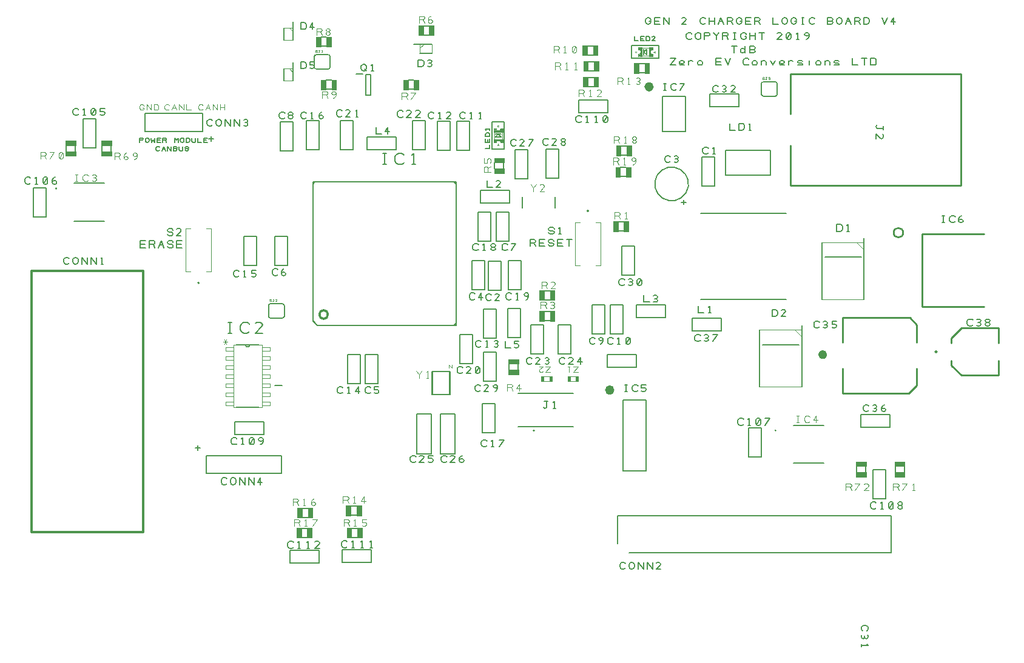
<source format=gbr>
G04 EasyPC Gerber Version 21.0.3 Build 4286 *
%FSLAX35Y35*%
%MOIN*%
%ADD22C,0.00001*%
%ADD71C,0.00080*%
%ADD179C,0.00100*%
%ADD24C,0.00128*%
%ADD70C,0.00300*%
%ADD12C,0.00320*%
%ADD17C,0.00394*%
%ADD13C,0.00400*%
%ADD10C,0.00500*%
%ADD11C,0.00576*%
%ADD20C,0.00600*%
%ADD14C,0.00787*%
%ADD19C,0.00800*%
%ADD21C,0.00820*%
%ADD16C,0.01000*%
%ADD15C,0.01200*%
%ADD23C,0.02500*%
%ADD18C,0.02756*%
X0Y0D02*
D02*
D10*
X7465Y258545D02*
X7153Y258232D01*
X6528Y257920*
X5590*
X4965Y258232*
X4653Y258545*
X4340Y259170*
Y260420*
X4653Y261045*
X4965Y261357*
X5590Y261670*
X6528*
X7153Y261357*
X7465Y261045*
X9965Y257920D02*
X11215D01*
X10590D02*
Y261670D01*
X9965Y261045*
X14653Y258232D02*
X15278Y257920D01*
X15903*
X16528Y258232*
X16840Y258857*
Y260732*
X16528Y261357*
X15903Y261670*
X15278*
X14653Y261357*
X14340Y260732*
Y258857*
X14653Y258232*
X16528Y261357*
X19340Y258857D02*
X19653Y259482D01*
X20278Y259795*
X20903*
X21528Y259482*
X21840Y258857*
X21528Y258232*
X20903Y257920*
X20278*
X19653Y258232*
X19340Y258857*
Y259795*
X19653Y260732*
X20278Y261357*
X20903Y261670*
X16108Y239927D02*
Y255927D01*
X9108*
Y239927*
X16108*
X28725Y214450D02*
X28413Y214138D01*
X27787Y213825*
X26850*
X26225Y214138*
X25913Y214450*
X25600Y215075*
Y216325*
X25913Y216950*
X26225Y217263*
X26850Y217575*
X27787*
X28413Y217263*
X28725Y216950*
X30600Y215075D02*
Y216325D01*
X30913Y216950*
X31225Y217263*
X31850Y217575*
X32475*
X33100Y217263*
X33413Y216950*
X33725Y216325*
Y215075*
X33413Y214450*
X33100Y214138*
X32475Y213825*
X31850*
X31225Y214138*
X30913Y214450*
X30600Y215075*
X35600Y213825D02*
Y217575D01*
X38725Y213825*
Y217575*
X40600Y213825D02*
Y217575D01*
X43725Y213825*
Y217575*
X46225Y213825D02*
X47475D01*
X46850D02*
Y217575D01*
X46225Y216950*
X33843Y296340D02*
X33531Y296028D01*
X32906Y295715*
X31968*
X31343Y296028*
X31031Y296340*
X30718Y296965*
Y298215*
X31031Y298840*
X31343Y299153*
X31968Y299465*
X32906*
X33531Y299153*
X33843Y298840*
X36343Y295715D02*
X37593D01*
X36968D02*
Y299465D01*
X36343Y298840*
X41031Y296028D02*
X41656Y295715D01*
X42281*
X42906Y296028*
X43218Y296653*
Y298528*
X42906Y299153*
X42281Y299465*
X41656*
X41031Y299153*
X40718Y298528*
Y296653*
X41031Y296028*
X42906Y299153*
X45718Y296028D02*
X46343Y295715D01*
X47281*
X47906Y296028*
X48218Y296653*
Y296965*
X47906Y297590*
X47281Y297903*
X45718*
Y299465*
X48218*
X43273Y277722D02*
Y293722D01*
X36273*
Y277722*
X43273*
X67726Y222880D02*
Y226630D01*
X70851*
X70226Y224756D02*
X67726D01*
Y222880D02*
X70851D01*
X72726D02*
Y226630D01*
X74913*
X75539Y226318*
X75851Y225693*
X75539Y225068*
X74913Y224756*
X72726*
X74913D02*
X75851Y222880D01*
X77726D02*
X79289Y226630D01*
X80851Y222880*
X78351Y224443D02*
X80226D01*
X82726Y223818D02*
X83039Y223193D01*
X83663Y222880*
X84913*
X85539Y223193*
X85851Y223818*
X85539Y224443*
X84913Y224756*
X83663*
X83039Y225068*
X82726Y225693*
X83039Y226318*
X83663Y226630*
X84913*
X85539Y226318*
X85851Y225693*
X87726Y222880D02*
Y226630D01*
X90851*
X90226Y224756D02*
X87726D01*
Y222880D02*
X90851D01*
X82687Y230511D02*
X82999Y229886D01*
X83624Y229573*
X84874*
X85499Y229886*
X85812Y230511*
X85499Y231136*
X84874Y231448*
X83624*
X82999Y231761*
X82687Y232386*
X82999Y233011*
X83624Y233323*
X84874*
X85499Y233011*
X85812Y232386*
X90187Y229573D02*
X87687D01*
X89874Y231761*
X90187Y232386*
X89874Y233011*
X89249Y233323*
X88312*
X87687Y233011*
X98041Y112713D02*
X100541D01*
X99291Y111463D02*
Y113963D01*
X101978Y296746D02*
X70482D01*
Y286904*
X101978*
Y296746*
X103946Y98715D02*
X145285D01*
Y108557*
X103946*
Y98715*
X107465Y290435D02*
X107153Y290122D01*
X106528Y289809*
X105590*
X104965Y290122*
X104653Y290435*
X104340Y291059*
Y292309*
X104653Y292935*
X104965Y293247*
X105590Y293559*
X106528*
X107153Y293247*
X107465Y292935*
X109340Y291059D02*
Y292309D01*
X109653Y292935*
X109965Y293247*
X110590Y293559*
X111215*
X111840Y293247*
X112153Y292935*
X112465Y292309*
Y291059*
X112153Y290435*
X111840Y290122*
X111215Y289809*
X110590*
X109965Y290122*
X109653Y290435*
X109340Y291059*
X114340Y289809D02*
Y293559D01*
X117465Y289809*
Y293559*
X119340Y289809D02*
Y293559D01*
X122465Y289809*
Y293559*
X124653Y290122D02*
X125278Y289809D01*
X125903*
X126528Y290122*
X126840Y290747*
X126528Y291372*
X125903Y291685*
X125278*
X125903D02*
X126528Y291997D01*
X126840Y292622*
X126528Y293247*
X125903Y293559*
X125278*
X124653Y293247*
X107883Y282748D02*
X105383D01*
X106633Y283998D02*
Y281498D01*
X115339Y93191D02*
X115027Y92878D01*
X114402Y92565*
X113464*
X112839Y92878*
X112527Y93191*
X112214Y93815*
Y95065*
X112527Y95691*
X112839Y96003*
X113464Y96315*
X114402*
X115027Y96003*
X115339Y95691*
X117214Y93815D02*
Y95065D01*
X117527Y95691*
X117839Y96003*
X118464Y96315*
X119089*
X119714Y96003*
X120027Y95691*
X120339Y95065*
Y93815*
X120027Y93191*
X119714Y92878*
X119089Y92565*
X118464*
X117839Y92878*
X117527Y93191*
X117214Y93815*
X122214Y92565D02*
Y96315D01*
X125339Y92565*
Y96315*
X127214Y92565D02*
Y96315D01*
X130339Y92565*
Y96315*
X133777Y92565D02*
Y96315D01*
X132214Y93815*
X134714*
X120851Y115238D02*
X120539Y114925D01*
X119913Y114613*
X118976*
X118351Y114925*
X118039Y115238*
X117726Y115863*
Y117113*
X118039Y117738*
X118351Y118050*
X118976Y118363*
X119913*
X120539Y118050*
X120851Y117738*
X123351Y114613D02*
X124601D01*
X123976D02*
Y118363D01*
X123351Y117738*
X128039Y114925D02*
X128663Y114613D01*
X129289*
X129913Y114925*
X130226Y115550*
Y117425*
X129913Y118050*
X129289Y118363*
X128663*
X128039Y118050*
X127726Y117425*
Y115550*
X128039Y114925*
X129913Y118050*
X133663Y114613D02*
X134289Y114925D01*
X134913Y115550*
X135226Y116488*
Y117425*
X134913Y118050*
X134289Y118363*
X133663*
X133039Y118050*
X132726Y117425*
X133039Y116800*
X133663Y116488*
X134289*
X134913Y116800*
X135226Y117425*
X122032Y207364D02*
X121720Y207051D01*
X121094Y206739*
X120157*
X119532Y207051*
X119220Y207364*
X118907Y207989*
Y209239*
X119220Y209864*
X119532Y210176*
X120157Y210489*
X121094*
X121720Y210176*
X122032Y209864*
X124532Y206739D02*
X125782D01*
X125157D02*
Y210489D01*
X124532Y209864*
X128907Y207051D02*
X129532Y206739D01*
X130470*
X131094Y207051*
X131407Y207676*
Y207989*
X131094Y208614*
X130470Y208926*
X128907*
Y210489*
X131407*
X119569Y120018D02*
X135569D01*
Y127018*
X119569*
Y120018*
X124856Y229156D02*
Y213156D01*
X131856*
Y229156*
X124856*
X143410Y208218D02*
X143098Y207906D01*
X142472Y207593*
X141535*
X140910Y207906*
X140598Y208218*
X140285Y208843*
Y210093*
X140598Y210718*
X140910Y211031*
X141535Y211343*
X142472*
X143098Y211031*
X143410Y210718*
X145285Y208531D02*
X145598Y209156D01*
X146222Y209468*
X146848*
X147472Y209156*
X147785Y208531*
X147472Y207906*
X146848Y207593*
X146222*
X145598Y207906*
X145285Y208531*
Y209468*
X145598Y210406*
X146222Y211031*
X146848Y211343*
X141785Y229156D02*
Y213156D01*
X148785*
Y229156*
X141785*
X147229Y294372D02*
X146917Y294059D01*
X146291Y293746*
X145354*
X144729Y294059*
X144417Y294372*
X144104Y294996*
Y296246*
X144417Y296872*
X144729Y297184*
X145354Y297496*
X146291*
X146917Y297184*
X147229Y296872*
X150041Y295622D02*
X150667D01*
X151291Y295934*
X151604Y296559*
X151291Y297184*
X150667Y297496*
X150041*
X149417Y297184*
X149104Y296559*
X149417Y295934*
X150041Y295622*
X149417Y295309*
X149104Y294684*
X149417Y294059*
X150041Y293746*
X150667*
X151291Y294059*
X151604Y294684*
X151291Y295309*
X150667Y295622*
X151954Y58151D02*
X151641Y57839D01*
X151016Y57526*
X150078*
X149454Y57839*
X149141Y58151*
X148828Y58776*
Y60026*
X149141Y60651*
X149454Y60964*
X150078Y61276*
X151016*
X151641Y60964*
X151954Y60651*
X154454Y57526D02*
X155704D01*
X155078D02*
Y61276D01*
X154454Y60651*
X159454Y57526D02*
X160704D01*
X160078D02*
Y61276D01*
X159454Y60651*
X166328Y57526D02*
X163828D01*
X166016Y59714*
X166328Y60339*
X166016Y60964*
X165391Y61276*
X164454*
X163828Y60964*
X151541Y276148D02*
Y292148D01*
X144541*
Y276148*
X151541*
X159040Y294372D02*
X158728Y294059D01*
X158102Y293746*
X157165*
X156540Y294059*
X156228Y294372*
X155915Y294996*
Y296246*
X156228Y296872*
X156540Y297184*
X157165Y297496*
X158102*
X158728Y297184*
X159040Y296872*
X161540Y293746D02*
X162790D01*
X162165D02*
Y297496D01*
X161540Y296872*
X165915Y294684D02*
X166228Y295309D01*
X166852Y295622*
X167478*
X168102Y295309*
X168415Y294684*
X168102Y294059*
X167478Y293746*
X166852*
X166228Y294059*
X165915Y294684*
Y295622*
X166228Y296559*
X166852Y297184*
X167478Y297496*
X155915Y321306D02*
Y325056D01*
X157790*
X158415Y324743*
X158728Y324431*
X159040Y323806*
Y322556*
X158728Y321931*
X158415Y321618*
X157790Y321306*
X155915*
X160915Y321618D02*
X161540Y321306D01*
X162478*
X163102Y321618*
X163415Y322243*
Y322556*
X163102Y323181*
X162478Y323493*
X160915*
Y325056*
X163415*
X155915Y342959D02*
Y346709D01*
X157790*
X158415Y346397*
X158728Y346084*
X159040Y345459*
Y344209*
X158728Y343584*
X158415Y343272*
X157790Y342959*
X155915*
X162478D02*
Y346709D01*
X160915Y344209*
X163415*
X162608Y184148D02*
Y182573D01*
X164970Y180211*
X166545*
X162608Y255014D02*
Y258951D01*
X166545*
X165883Y56545D02*
X149883D01*
Y49545*
X165883*
Y56545*
X166108Y276935D02*
Y292935D01*
X159108*
Y276935*
X166108*
X178725Y295553D02*
X178413Y295240D01*
X177787Y294928*
X176850*
X176225Y295240*
X175913Y295553*
X175600Y296178*
Y297428*
X175913Y298053*
X176225Y298365*
X176850Y298678*
X177787*
X178413Y298365*
X178725Y298053*
X183100Y294928D02*
X180600D01*
X182787Y297115*
X183100Y297740*
X182787Y298365*
X182163Y298678*
X181225*
X180600Y298365*
X186225Y294928D02*
X187475D01*
X186850D02*
Y298678D01*
X186225Y298053*
X179119Y143257D02*
X178806Y142945D01*
X178181Y142632*
X177244*
X176619Y142945*
X176306Y143257*
X175994Y143882*
Y145132*
X176306Y145757*
X176619Y146070*
X177244Y146382*
X178181*
X178806Y146070*
X179119Y145757*
X181619Y142632D02*
X182869D01*
X182244D02*
Y146382D01*
X181619Y145757*
X187556Y142632D02*
Y146382D01*
X185994Y143882*
X188494*
X181481Y58545D02*
X181169Y58232D01*
X180543Y57920*
X179606*
X178981Y58232*
X178669Y58545*
X178356Y59170*
Y60420*
X178669Y61045*
X178981Y61357*
X179606Y61670*
X180543*
X181169Y61357*
X181481Y61045*
X183981Y57920D02*
X185231D01*
X184606D02*
Y61670D01*
X183981Y61045*
X188981Y57920D02*
X190231D01*
X189606D02*
Y61670D01*
X188981Y61045*
X193981Y57920D02*
X195231D01*
X194606D02*
Y61670D01*
X193981Y61045*
X178624Y49939D02*
X194624D01*
Y56939*
X178624*
Y49939*
X181549Y164195D02*
Y148195D01*
X188549*
Y164195*
X181549*
X184612Y276935D02*
Y292935D01*
X177612*
Y276935*
X184612*
X188986Y321374D02*
Y322624D01*
X189298Y323250*
X189611Y323562*
X190236Y323874*
X190861*
X191486Y323562*
X191798Y323250*
X192111Y322624*
Y321374*
X191798Y320750*
X191486Y320437*
X190861Y320124*
X190236*
X189611Y320437*
X189298Y320750*
X188986Y321374*
X191173Y321062D02*
X192111Y320124D01*
X194611D02*
X195861D01*
X195236D02*
Y323874D01*
X194611Y323250*
X194473Y143257D02*
X194161Y142945D01*
X193535Y142632*
X192598*
X191973Y142945*
X191661Y143257*
X191348Y143882*
Y145132*
X191661Y145757*
X191973Y146070*
X192598Y146382*
X193535*
X194161Y146070*
X194473Y145757*
X196348Y142945D02*
X196973Y142632D01*
X197911*
X198535Y142945*
X198848Y143570*
Y143882*
X198535Y144507*
X197911Y144820*
X196348*
Y146382*
X198848*
X191391Y164195D02*
Y148195D01*
X198391*
Y164195*
X191391*
X192403Y276711D02*
X208403D01*
Y283711*
X192403*
Y276711*
X197254Y289229D02*
Y285479D01*
X200379*
X203816D02*
Y289229D01*
X202254Y286729*
X204754*
X212190Y295159D02*
X211877Y294846D01*
X211252Y294534*
X210315*
X209690Y294846*
X209377Y295159*
X209065Y295784*
Y297034*
X209377Y297659*
X209690Y297972*
X210315Y298284*
X211252*
X211877Y297972*
X212190Y297659*
X216565Y294534D02*
X214065D01*
X216252Y296722*
X216565Y297346*
X216252Y297972*
X215627Y298284*
X214690*
X214065Y297972*
X221565Y294534D02*
X219065D01*
X221252Y296722*
X221565Y297346*
X221252Y297972*
X220627Y298284*
X219690*
X219065Y297972*
X219276Y105431D02*
X218964Y105118D01*
X218339Y104806*
X217401*
X216776Y105118*
X216464Y105431*
X216151Y106056*
Y107306*
X216464Y107931*
X216776Y108243*
X217401Y108556*
X218339*
X218964Y108243*
X219276Y107931*
X223651Y104806D02*
X221151D01*
X223339Y106993*
X223651Y107618*
X223339Y108243*
X222714Y108556*
X221776*
X221151Y108243*
X226151Y105118D02*
X226776Y104806D01*
X227714*
X228339Y105118*
X228651Y105743*
Y106056*
X228339Y106681*
X227714Y106993*
X226151*
Y108556*
X228651*
X219631Y131368D02*
Y109368D01*
X227631*
Y131368*
X219631*
X220482Y322487D02*
Y326237D01*
X222357*
X222982Y325924*
X223294Y325612*
X223607Y324987*
Y323737*
X223294Y323112*
X222982Y322799*
X222357Y322487*
X220482*
X225794Y322799D02*
X226419Y322487D01*
X227044*
X227669Y322799*
X227982Y323424*
X227669Y324049*
X227044Y324362*
X226419*
X227044D02*
X227669Y324674D01*
X227982Y325299*
X227669Y325924*
X227044Y326237*
X226419*
X225794Y325924*
X224376Y276935D02*
Y292935D01*
X217376*
Y276935*
X224376*
X229119Y294372D02*
X228806Y294059D01*
X228181Y293746*
X227244*
X226619Y294059*
X226306Y294372*
X225994Y294996*
Y296246*
X226306Y296872*
X226619Y297184*
X227244Y297496*
X228181*
X228806Y297184*
X229119Y296872*
X231619Y293746D02*
X232869D01*
X232244D02*
Y297496D01*
X231619Y296872*
X238494Y293746D02*
X235994D01*
X238181Y295934*
X238494Y296559*
X238181Y297184*
X237556Y297496*
X236619*
X235994Y297184*
X228159Y142022D02*
Y154620D01*
X238002*
Y142022*
X228159*
X232624Y131368D02*
Y109368D01*
X240624*
Y131368*
X232624*
X236206Y105431D02*
X235893Y105118D01*
X235268Y104806*
X234330*
X233706Y105118*
X233393Y105431*
X233080Y106056*
Y107306*
X233393Y107931*
X233706Y108243*
X234330Y108556*
X235268*
X235893Y108243*
X236206Y107931*
X240580Y104806D02*
X238080D01*
X240268Y106993*
X240580Y107618*
X240268Y108243*
X239643Y108556*
X238706*
X238080Y108243*
X243080Y105743D02*
X243393Y106368D01*
X244018Y106681*
X244643*
X245268Y106368*
X245580Y105743*
X245268Y105118*
X244643Y104806*
X244018*
X243393Y105118*
X243080Y105743*
Y106681*
X243393Y107618*
X244018Y108243*
X244643Y108556*
X237411Y180211D02*
X241348D01*
Y183360*
X237805Y142022D02*
X228356D01*
Y154620*
X237805*
Y142022*
X237998Y276541D02*
Y292541D01*
X230998*
Y276541*
X237998*
X241348Y255014D02*
Y258951D01*
X237411*
X244985Y154281D02*
X244672Y153969D01*
X244047Y153656*
X243110*
X242485Y153969*
X242172Y154281*
X241860Y154906*
Y156156*
X242172Y156781*
X242485Y157094*
X243110Y157406*
X244047*
X244672Y157094*
X244985Y156781*
X249360Y153656D02*
X246860D01*
X249047Y155844*
X249360Y156469*
X249047Y157094*
X248422Y157406*
X247485*
X246860Y157094*
X252172Y153969D02*
X252797Y153656D01*
X253422*
X254047Y153969*
X254360Y154594*
Y156469*
X254047Y157094*
X253422Y157406*
X252797*
X252172Y157094*
X251860Y156469*
Y154594*
X252172Y153969*
X254047Y157094*
X246442Y294372D02*
X246129Y294059D01*
X245504Y293746*
X244567*
X243942Y294059*
X243629Y294372*
X243317Y294996*
Y296246*
X243629Y296872*
X243942Y297184*
X244567Y297496*
X245504*
X246129Y297184*
X246442Y296872*
X248942Y293746D02*
X250192D01*
X249567D02*
Y297496D01*
X248942Y296872*
X253942Y293746D02*
X255192D01*
X254567D02*
Y297496D01*
X253942Y296872*
X243360Y175219D02*
Y159219D01*
X250360*
Y175219*
X243360*
X251678Y194832D02*
X251365Y194520D01*
X250740Y194207*
X249803*
X249178Y194520*
X248865Y194832*
X248553Y195457*
Y196707*
X248865Y197332*
X249178Y197645*
X249803Y197957*
X250740*
X251365Y197645*
X251678Y197332*
X255115Y194207D02*
Y197957D01*
X253553Y195457*
X256053*
X248785Y276541D02*
Y292541D01*
X241785*
Y276541*
X248785*
X250053Y215770D02*
Y199770D01*
X257053*
Y215770*
X250053*
X253528Y221931D02*
X253216Y221618D01*
X252591Y221306*
X251653*
X251028Y221618*
X250716Y221931*
X250403Y222556*
Y223806*
X250716Y224431*
X251028Y224743*
X251653Y225056*
X252591*
X253216Y224743*
X253528Y224431*
X256028Y221306D02*
X257278D01*
X256653D02*
Y225056D01*
X256028Y224431*
X261341Y223181D02*
X261966D01*
X262591Y223493*
X262903Y224118*
X262591Y224743*
X261966Y225056*
X261341*
X260716Y224743*
X260403Y224118*
X260716Y223493*
X261341Y223181*
X260716Y222868*
X260403Y222243*
X260716Y221618*
X261341Y221306*
X261966*
X262591Y221618*
X262903Y222243*
X262591Y222868*
X261966Y223181*
X254788Y144439D02*
X254476Y144126D01*
X253850Y143813*
X252913*
X252288Y144126*
X251976Y144439*
X251663Y145063*
Y146313*
X251976Y146939*
X252288Y147251*
X252913Y147563*
X253850*
X254476Y147251*
X254788Y146939*
X259163Y143813D02*
X256663D01*
X258850Y146001*
X259163Y146626*
X258850Y147251*
X258226Y147563*
X257288*
X256663Y147251*
X262600Y143813D02*
X263226Y144126D01*
X263850Y144751*
X264163Y145689*
Y146626*
X263850Y147251*
X263226Y147563*
X262600*
X261976Y147251*
X261663Y146626*
X261976Y146001*
X262600Y145689*
X263226*
X263850Y146001*
X264163Y146626*
X255103Y168781D02*
X254791Y168469D01*
X254165Y168156*
X253228*
X252603Y168469*
X252291Y168781*
X251978Y169406*
Y170656*
X252291Y171281*
X252603Y171594*
X253228Y171906*
X254165*
X254791Y171594*
X255103Y171281*
X257603Y168156D02*
X258853D01*
X258228D02*
Y171906D01*
X257603Y171281*
X262291Y168469D02*
X262915Y168156D01*
X263541*
X264165Y168469*
X264478Y169094*
X264165Y169719*
X263541Y170031*
X262915*
X263541D02*
X264165Y170344D01*
X264478Y170969*
X264165Y171594*
X263541Y171906*
X262915*
X262291Y171594*
X253202Y242541D02*
Y226541D01*
X260202*
Y242541*
X253202*
X258253Y114057D02*
X257940Y113744D01*
X257315Y113431*
X256378*
X255753Y113744*
X255440Y114057*
X255128Y114681*
Y115931*
X255440Y116557*
X255753Y116869*
X256378Y117181*
X257315*
X257940Y116869*
X258253Y116557*
X260753Y113431D02*
X262003D01*
X261378D02*
Y117181D01*
X260753Y116557*
X265128Y113431D02*
X267628Y117181D01*
X265128*
X255565Y137030D02*
Y121030D01*
X262565*
Y137030*
X255565*
X256352Y165376D02*
Y149376D01*
X263352*
Y165376*
X256352*
Y188998D02*
Y172998D01*
X263352*
Y188998*
X256352*
X260733Y194439D02*
X260420Y194126D01*
X259795Y193813*
X258858*
X258233Y194126*
X257920Y194439*
X257608Y195063*
Y196313*
X257920Y196939*
X258233Y197251*
X258858Y197563*
X259795*
X260420Y197251*
X260733Y196939*
X265108Y193813D02*
X262608D01*
X264795Y196001*
X265108Y196626*
X264795Y197251*
X264170Y197563*
X263233*
X262608Y197251*
X258277Y259701D02*
Y255951D01*
X261402*
X265777D02*
X263277D01*
X265465Y258139*
X265777Y258764*
X265465Y259389*
X264840Y259701*
X263902*
X263277Y259389*
X259108Y215376D02*
Y199376D01*
X266108*
Y215376*
X259108*
X263439Y242541D02*
Y226541D01*
X270439*
Y242541*
X263439*
X269670Y221931D02*
X269357Y221618D01*
X268732Y221306*
X267795*
X267170Y221618*
X266857Y221931*
X266545Y222556*
Y223806*
X266857Y224431*
X267170Y224743*
X267795Y225056*
X268732*
X269357Y224743*
X269670Y224431*
X271545Y221306D02*
X274045Y225056D01*
X271545*
X268238Y171579D02*
Y167829D01*
X271363*
X273238Y168142D02*
X273863Y167829D01*
X274800*
X275425Y168142*
X275738Y168767*
Y169079*
X275425Y169704*
X274800Y170017*
X273238*
Y171579*
X275738*
X271757Y194832D02*
X271444Y194520D01*
X270819Y194207*
X269881*
X269257Y194520*
X268944Y194832*
X268631Y195457*
Y196707*
X268944Y197332*
X269257Y197645*
X269881Y197957*
X270819*
X271444Y197645*
X271757Y197332*
X274257Y194207D02*
X275507D01*
X274881D02*
Y197957D01*
X274257Y197332*
X279569Y194207D02*
X280194Y194520D01*
X280819Y195145*
X281131Y196082*
Y197020*
X280819Y197645*
X280194Y197957*
X279569*
X278944Y197645*
X278631Y197020*
X278944Y196395*
X279569Y196082*
X280194*
X280819Y196395*
X281131Y197020*
X269738Y189392D02*
Y173392D01*
X276738*
Y189392*
X269738*
X270131Y215770D02*
Y199770D01*
X277131*
Y215770*
X270131*
X270608Y254577D02*
X254608D01*
Y247577*
X270608*
Y254577*
X274394Y279411D02*
X274082Y279098D01*
X273457Y278786*
X272519*
X271894Y279098*
X271582Y279411*
X271269Y280036*
Y281286*
X271582Y281911*
X271894Y282224*
X272519Y282536*
X273457*
X274082Y282224*
X274394Y281911*
X278769Y278786D02*
X276269D01*
X278457Y280974*
X278769Y281598*
X278457Y282224*
X277832Y282536*
X276894*
X276269Y282224*
X281269Y278786D02*
X283769Y282536D01*
X281269*
X277624Y250927D02*
Y244927D01*
X283056Y159399D02*
X282743Y159087D01*
X282118Y158774*
X281181*
X280556Y159087*
X280243Y159399*
X279931Y160024*
Y161274*
X280243Y161899*
X280556Y162212*
X281181Y162524*
X282118*
X282743Y162212*
X283056Y161899*
X287431Y158774D02*
X284931D01*
X287118Y160962*
X287431Y161587*
X287118Y162212*
X286493Y162524*
X285556*
X284931Y162212*
X290243Y159087D02*
X290868Y158774D01*
X291493*
X292118Y159087*
X292431Y159712*
X292118Y160337*
X291493Y160649*
X290868*
X291493D02*
X292118Y160962D01*
X292431Y161587*
X292118Y162212*
X291493Y162524*
X290868*
X290243Y162212*
X280832Y260813D02*
Y276813D01*
X273832*
Y260813*
X280832*
X281899Y223668D02*
Y227418D01*
X284087*
X284712Y227106*
X285024Y226480*
X284712Y225856*
X284087Y225543*
X281899*
X284087D02*
X285024Y223668D01*
X286899D02*
Y227418D01*
X290024*
X289399Y225543D02*
X286899D01*
Y223668D02*
X290024D01*
X291899Y224606D02*
X292212Y223980D01*
X292837Y223668*
X294087*
X294712Y223980*
X295024Y224606*
X294712Y225230*
X294087Y225543*
X292837*
X292212Y225856*
X291899Y226480*
X292212Y227106*
X292837Y227418*
X294087*
X294712Y227106*
X295024Y226480*
X296899Y223668D02*
Y227418D01*
X300024*
X299399Y225543D02*
X296899D01*
Y223668D02*
X300024D01*
X303462D02*
Y227418D01*
X301899D02*
X305024D01*
X282336Y180337D02*
Y164337D01*
X289336*
Y180337*
X282336*
X292111Y279805D02*
X291798Y279492D01*
X291173Y279180*
X290236*
X289611Y279492*
X289298Y279805*
X288986Y280430*
Y281680*
X289298Y282305*
X289611Y282617*
X290236Y282930*
X291173*
X291798Y282617*
X292111Y282305*
X296486Y279180D02*
X293986D01*
X296173Y281367*
X296486Y281992*
X296173Y282617*
X295548Y282930*
X294611*
X293986Y282617*
X299923Y281055D02*
X300548D01*
X301173Y281367*
X301486Y281992*
X301173Y282617*
X300548Y282930*
X299923*
X299298Y282617*
X298986Y281992*
X299298Y281367*
X299923Y281055*
X299298Y280742*
X298986Y280117*
X299298Y279492*
X299923Y279180*
X300548*
X301173Y279492*
X301486Y280117*
X301173Y280742*
X300548Y281055*
X289222Y135202D02*
X289535Y134890D01*
X290159Y134577*
X290785Y134890*
X291097Y135202*
Y138327*
X291722*
X291097D02*
X289847D01*
X294847Y134577D02*
X296097D01*
X295472D02*
Y138327D01*
X294847Y137702*
X292135Y231298D02*
X292448Y230673D01*
X293073Y230361*
X294323*
X294948Y230673*
X295261Y231298*
X294948Y231923*
X294323Y232236*
X293073*
X292448Y232548*
X292135Y233173*
X292448Y233798*
X293073Y234111*
X294323*
X294948Y233798*
X295261Y233173*
X297761Y230361D02*
X299011D01*
X298385D02*
Y234111D01*
X297761Y233486*
X295624Y250927D02*
Y244927D01*
X297336Y180337D02*
Y164337D01*
X304336*
Y180337*
X297336*
X297604Y261187D02*
Y277187D01*
X290604*
Y261187*
X297604*
X301166Y159332D02*
X300854Y159020D01*
X300228Y158707*
X299291*
X298666Y159020*
X298354Y159332*
X298041Y159957*
Y161207*
X298354Y161832*
X298666Y162145*
X299291Y162457*
X300228*
X300854Y162145*
X301166Y161832*
X305541Y158707D02*
X303041D01*
X305228Y160895*
X305541Y161520*
X305228Y162145*
X304604Y162457*
X303666*
X303041Y162145*
X309604Y158707D02*
Y162457D01*
X308041Y159957*
X310541*
X310221Y292403D02*
X309909Y292091D01*
X309283Y291778*
X308346*
X307721Y292091*
X307409Y292403*
X307096Y293028*
Y294278*
X307409Y294903*
X307721Y295216*
X308346Y295528*
X309283*
X309909Y295216*
X310221Y294903*
X312721Y291778D02*
X313971D01*
X313346D02*
Y295528D01*
X312721Y294903*
X317721Y291778D02*
X318971D01*
X318346D02*
Y295528D01*
X317721Y294903*
X322409Y292091D02*
X323033Y291778D01*
X323659*
X324283Y292091*
X324596Y292716*
Y294591*
X324283Y295216*
X323659Y295528*
X323033*
X322409Y295216*
X322096Y294591*
Y292716*
X322409Y292091*
X324283Y295216*
X308545Y297183D02*
X324545D01*
Y304183*
X308545*
Y297183*
X317741Y170423D02*
X317428Y170110D01*
X316803Y169798*
X315866*
X315241Y170110*
X314928Y170423*
X314616Y171048*
Y172298*
X314928Y172923*
X315241Y173235*
X315866Y173548*
X316803*
X317428Y173235*
X317741Y172923*
X320553Y169798D02*
X321178Y170110D01*
X321803Y170735*
X322116Y171673*
Y172610*
X321803Y173235*
X321178Y173548*
X320553*
X319928Y173235*
X319616Y172610*
X319928Y171985*
X320553Y171673*
X321178*
X321803Y171985*
X322116Y172610*
X316116Y191360D02*
Y175360D01*
X323116*
Y191360*
X316116*
X324293Y157026D02*
X340293D01*
Y164026*
X324293*
Y157026*
X327662Y170423D02*
X327350Y170110D01*
X326724Y169798*
X325787*
X325162Y170110*
X324850Y170423*
X324537Y171048*
Y172298*
X324850Y172923*
X325162Y173235*
X325787Y173548*
X326724*
X327350Y173235*
X327662Y172923*
X330162Y169798D02*
X331412D01*
X330787D02*
Y173548D01*
X330162Y172923*
X334850Y170110D02*
X335474Y169798D01*
X336100*
X336724Y170110*
X337037Y170735*
Y172610*
X336724Y173235*
X336100Y173548*
X335474*
X334850Y173235*
X334537Y172610*
Y170735*
X334850Y170110*
X336724Y173235*
X326037Y191360D02*
Y175360D01*
X333037*
Y191360*
X326037*
X333961Y202706D02*
X333649Y202394D01*
X333024Y202081*
X332086*
X331461Y202394*
X331149Y202706*
X330836Y203331*
Y204581*
X331149Y205206*
X331461Y205519*
X332086Y205831*
X333024*
X333649Y205519*
X333961Y205206*
X336149Y202394D02*
X336774Y202081D01*
X337399*
X338024Y202394*
X338336Y203019*
X338024Y203644*
X337399Y203956*
X336774*
X337399D02*
X338024Y204269D01*
X338336Y204894*
X338024Y205519*
X337399Y205831*
X336774*
X336149Y205519*
X341149Y202394D02*
X341774Y202081D01*
X342399*
X343024Y202394*
X343336Y203019*
Y204894*
X343024Y205519*
X342399Y205831*
X341774*
X341149Y205519*
X340836Y204894*
Y203019*
X341149Y202394*
X343024Y205519*
X334355Y46694D02*
X334043Y46382D01*
X333417Y46069*
X332480*
X331855Y46382*
X331543Y46694*
X331230Y47319*
Y48569*
X331543Y49194*
X331855Y49507*
X332480Y49819*
X333417*
X334043Y49507*
X334355Y49194*
X336230Y47319D02*
Y48569D01*
X336543Y49194*
X336855Y49507*
X337480Y49819*
X338105*
X338730Y49507*
X339043Y49194*
X339355Y48569*
Y47319*
X339043Y46694*
X338730Y46382*
X338105Y46069*
X337480*
X336855Y46382*
X336543Y46694*
X336230Y47319*
X341230Y46069D02*
Y49819D01*
X344355Y46069*
Y49819*
X346230Y46069D02*
Y49819D01*
X349355Y46069*
Y49819*
X353730Y46069D02*
X351230D01*
X353417Y48257*
X353730Y48882*
X353417Y49507*
X352793Y49819*
X351855*
X351230Y49507*
X332336Y223644D02*
Y207644D01*
X339336*
Y223644*
X332336*
X334018Y143746D02*
X335268D01*
X334643D02*
Y147496D01*
X334018D02*
X335268D01*
X341206Y144372D02*
X340893Y144059D01*
X340268Y143746*
X339330*
X338706Y144059*
X338393Y144372*
X338080Y144996*
Y146246*
X338393Y146872*
X338706Y147184*
X339330Y147496*
X340268*
X340893Y147184*
X341206Y146872*
X343080Y144059D02*
X343706Y143746D01*
X344643*
X345268Y144059*
X345580Y144684*
Y144996*
X345268Y145622*
X344643Y145934*
X343080*
Y147496*
X345580*
X344498Y196709D02*
Y192959D01*
X347623*
X349810Y193272D02*
X350435Y192959D01*
X351060*
X351685Y193272*
X351998Y193897*
X351685Y194522*
X351060Y194834*
X350435*
X351060D02*
X351685Y195147D01*
X351998Y195772*
X351685Y196397*
X351060Y196709*
X350435*
X349810Y196397*
X347472Y347278D02*
X348410D01*
Y346965*
X348098Y346340*
X347785Y346028*
X347160Y345715*
X346535*
X345910Y346028*
X345598Y346340*
X345285Y346965*
Y348215*
X345598Y348840*
X345910Y349153*
X346535Y349465*
X347160*
X347785Y349153*
X348098Y348840*
X348410Y348215*
X350285Y345715D02*
Y349465D01*
X353410*
X352785Y347590D02*
X350285D01*
Y345715D02*
X353410D01*
X355285D02*
Y349465D01*
X358410Y345715*
Y349465*
X367785Y345715D02*
X365285D01*
X367472Y347903*
X367785Y348528*
X367472Y349153*
X366848Y349465*
X365910*
X365285Y349153*
X378410Y346340D02*
X378098Y346028D01*
X377472Y345715*
X376535*
X375910Y346028*
X375598Y346340*
X375285Y346965*
Y348215*
X375598Y348840*
X375910Y349153*
X376535Y349465*
X377472*
X378098Y349153*
X378410Y348840*
X380285Y345715D02*
Y349465D01*
Y347590D02*
X383410D01*
Y345715D02*
Y349465D01*
X385285Y345715D02*
X386848Y349465D01*
X388410Y345715*
X385910Y347278D02*
X387785D01*
X390285Y345715D02*
Y349465D01*
X392472*
X393098Y349153*
X393410Y348528*
X393098Y347903*
X392472Y347590*
X390285*
X392472D02*
X393410Y345715D01*
X397472Y347278D02*
X398410D01*
Y346965*
X398098Y346340*
X397785Y346028*
X397160Y345715*
X396535*
X395910Y346028*
X395598Y346340*
X395285Y346965*
Y348215*
X395598Y348840*
X395910Y349153*
X396535Y349465*
X397160*
X397785Y349153*
X398098Y348840*
X398410Y348215*
X400285Y345715D02*
Y349465D01*
X403410*
X402785Y347590D02*
X400285D01*
Y345715D02*
X403410D01*
X405285D02*
Y349465D01*
X407472*
X408098Y349153*
X408410Y348528*
X408098Y347903*
X407472Y347590*
X405285*
X407472D02*
X408410Y345715D01*
X415285Y349465D02*
Y345715D01*
X418410*
X420285Y346965D02*
Y348215D01*
X420598Y348840*
X420910Y349153*
X421535Y349465*
X422160*
X422785Y349153*
X423098Y348840*
X423410Y348215*
Y346965*
X423098Y346340*
X422785Y346028*
X422160Y345715*
X421535*
X420910Y346028*
X420598Y346340*
X420285Y346965*
X427472Y347278D02*
X428410D01*
Y346965*
X428098Y346340*
X427785Y346028*
X427160Y345715*
X426535*
X425910Y346028*
X425598Y346340*
X425285Y346965*
Y348215*
X425598Y348840*
X425910Y349153*
X426535Y349465*
X427160*
X427785Y349153*
X428098Y348840*
X428410Y348215*
X431222Y345715D02*
X432472D01*
X431848D02*
Y349465D01*
X431222D02*
X432472D01*
X438410Y346340D02*
X438098Y346028D01*
X437472Y345715*
X436535*
X435910Y346028*
X435598Y346340*
X435285Y346965*
Y348215*
X435598Y348840*
X435910Y349153*
X436535Y349465*
X437472*
X438098Y349153*
X438410Y348840*
X447472Y347590D02*
X448098Y347278D01*
X448410Y346653*
X448098Y346028*
X447472Y345715*
X445285*
Y349465*
X447472*
X448098Y349153*
X448410Y348528*
X448098Y347903*
X447472Y347590*
X445285*
X450285Y346965D02*
Y348215D01*
X450598Y348840*
X450910Y349153*
X451535Y349465*
X452160*
X452785Y349153*
X453098Y348840*
X453410Y348215*
Y346965*
X453098Y346340*
X452785Y346028*
X452160Y345715*
X451535*
X450910Y346028*
X450598Y346340*
X450285Y346965*
X455285Y345715D02*
X456848Y349465D01*
X458410Y345715*
X455910Y347278D02*
X457785D01*
X460285Y345715D02*
Y349465D01*
X462472*
X463098Y349153*
X463410Y348528*
X463098Y347903*
X462472Y347590*
X460285*
X462472D02*
X463410Y345715D01*
X465285D02*
Y349465D01*
X467160*
X467785Y349153*
X468098Y348840*
X468410Y348215*
Y346965*
X468098Y346340*
X467785Y346028*
X467160Y345715*
X465285*
X475285Y349465D02*
X476848Y345715D01*
X478410Y349465*
X481848Y345715D02*
Y349465D01*
X480285Y346965*
X482785*
X355278Y309494D02*
X356528D01*
X355903D02*
Y313244D01*
X355278D02*
X356528D01*
X362465Y310120D02*
X362153Y309807D01*
X361528Y309494*
X360590*
X359965Y309807*
X359653Y310120*
X359340Y310744*
Y311994*
X359653Y312620*
X359965Y312932*
X360590Y313244*
X361528*
X362153Y312932*
X362465Y312620*
X364340Y309494D02*
X366840Y313244D01*
X364340*
X359040Y270356D02*
X358728Y270043D01*
X358102Y269731*
X357165*
X356540Y270043*
X356228Y270356*
X355915Y270981*
Y272231*
X356228Y272856*
X356540Y273169*
X357165Y273481*
X358102*
X358728Y273169*
X359040Y272856*
X361228Y270043D02*
X361852Y269731D01*
X362478*
X363102Y270043*
X363415Y270669*
X363102Y271293*
X362478Y271606*
X361852*
X362478D02*
X363102Y271919D01*
X363415Y272543*
X363102Y273169*
X362478Y273481*
X361852*
X361228Y273169*
X356317Y191585D02*
X340317D01*
Y184585*
X356317*
Y191585*
X366370Y249108D02*
Y246608D01*
X365120Y247858D02*
X367620D01*
X364655Y265821D02*
G75*
G03X354813Y250073I-4921J-7874D01*
G01*
G75*
G03X364655Y265821I4921J7874*
G01*
X370851Y338072D02*
X370539Y337760D01*
X369913Y337447*
X368976*
X368351Y337760*
X368039Y338072*
X367726Y338697*
Y339947*
X368039Y340572*
X368351Y340885*
X368976Y341197*
X369913*
X370539Y340885*
X370851Y340572*
X372726Y338697D02*
Y339947D01*
X373039Y340572*
X373351Y340885*
X373976Y341197*
X374601*
X375226Y340885*
X375539Y340572*
X375851Y339947*
Y338697*
X375539Y338072*
X375226Y337760*
X374601Y337447*
X373976*
X373351Y337760*
X373039Y338072*
X372726Y338697*
X377726Y337447D02*
Y341197D01*
X379913*
X380539Y340885*
X380851Y340260*
X380539Y339635*
X379913Y339322*
X377726*
X384289Y337447D02*
Y339322D01*
X382726Y341197*
X384289Y339322D02*
X385851Y341197D01*
X387726Y337447D02*
Y341197D01*
X389913*
X390539Y340885*
X390851Y340260*
X390539Y339635*
X389913Y339322*
X387726*
X389913D02*
X390851Y337447D01*
X393663D02*
X394913D01*
X394289D02*
Y341197D01*
X393663D02*
X394913D01*
X399913Y339010D02*
X400851D01*
Y338697*
X400539Y338072*
X400226Y337760*
X399601Y337447*
X398976*
X398351Y337760*
X398039Y338072*
X397726Y338697*
Y339947*
X398039Y340572*
X398351Y340885*
X398976Y341197*
X399601*
X400226Y340885*
X400539Y340572*
X400851Y339947*
X402726Y337447D02*
Y341197D01*
Y339322D02*
X405851D01*
Y337447D02*
Y341197D01*
X409289Y337447D02*
Y341197D01*
X407726D02*
X410851D01*
X420226Y337447D02*
X417726D01*
X419913Y339635*
X420226Y340260*
X419913Y340885*
X419289Y341197*
X418351*
X417726Y340885*
X423039Y337760D02*
X423663Y337447D01*
X424289*
X424913Y337760*
X425226Y338385*
Y340260*
X424913Y340885*
X424289Y341197*
X423663*
X423039Y340885*
X422726Y340260*
Y338385*
X423039Y337760*
X424913Y340885*
X428351Y337447D02*
X429601D01*
X428976D02*
Y341197D01*
X428351Y340572*
X433663Y337447D02*
X434289Y337760D01*
X434913Y338385*
X435226Y339322*
Y340260*
X434913Y340885*
X434289Y341197*
X433663*
X433039Y340885*
X432726Y340260*
X433039Y339635*
X433663Y339322*
X434289*
X434913Y339635*
X435226Y340260*
X371143Y177104D02*
X387143D01*
Y184104*
X371143*
Y177104*
X375576Y171931D02*
X375263Y171618D01*
X374638Y171306*
X373700*
X373076Y171618*
X372763Y171931*
X372450Y172556*
Y173806*
X372763Y174431*
X373076Y174743*
X373700Y175056*
X374638*
X375263Y174743*
X375576Y174431*
X377763Y171618D02*
X378388Y171306D01*
X379013*
X379638Y171618*
X379950Y172243*
X379638Y172868*
X379013Y173181*
X378388*
X379013D02*
X379638Y173493D01*
X379950Y174118*
X379638Y174743*
X379013Y175056*
X378388*
X377763Y174743*
X382450Y171306D02*
X384950Y175056D01*
X382450*
X374380Y190725D02*
Y186975D01*
X377505*
X380005D02*
X381255D01*
X380630D02*
Y190725D01*
X380005Y190100*
X375600Y194384D02*
X422844D01*
X379906Y275080D02*
X379594Y274768D01*
X378969Y274455*
X378031*
X377406Y274768*
X377094Y275080*
X376781Y275705*
Y276955*
X377094Y277580*
X377406Y277893*
X378031Y278205*
X378969*
X379594Y277893*
X379906Y277580*
X382406Y274455D02*
X383656D01*
X383031D02*
Y278205D01*
X382406Y277580*
X380592Y300333D02*
X396592D01*
Y307333*
X380592*
Y300333*
X385418Y308939D02*
X385106Y308626D01*
X384480Y308313*
X383543*
X382918Y308626*
X382606Y308939*
X382293Y309563*
Y310813*
X382606Y311439*
X382918Y311751*
X383543Y312063*
X384480*
X385106Y311751*
X385418Y311439*
X387606Y308626D02*
X388230Y308313D01*
X388856*
X389480Y308626*
X389793Y309251*
X389480Y309876*
X388856Y310189*
X388230*
X388856D02*
X389480Y310501D01*
X389793Y311126*
X389480Y311751*
X388856Y312063*
X388230*
X387606Y311751*
X394793Y308313D02*
X392293D01*
X394480Y310501*
X394793Y311126*
X394480Y311751*
X393856Y312063*
X392918*
X392293Y311751*
X383431Y256856D02*
Y272856D01*
X376431*
Y256856*
X383431*
X389284Y276381D02*
Y262781D01*
X413884*
Y276381*
X389284*
X391584Y291268D02*
Y287518D01*
X394709*
X396584D02*
Y291268D01*
X398459*
X399084Y290956*
X399397Y290643*
X399709Y290018*
Y288768*
X399397Y288143*
X399084Y287831*
X398459Y287518*
X396584*
X402209D02*
X403459D01*
X402834D02*
Y291268D01*
X402209Y290643*
X394092Y329967D02*
Y333717D01*
X392529D02*
X395654D01*
X400029Y331530D02*
X399717Y332155D01*
X399092Y332467*
X398467*
X397842Y332155*
X397529Y331530*
Y330905*
X397842Y330280*
X398467Y329967*
X399092*
X399717Y330280*
X400029Y330905*
Y329967D02*
Y333717D01*
X404717Y331842D02*
X405342Y331530D01*
X405654Y330905*
X405342Y330280*
X404717Y329967*
X402529*
Y333717*
X404717*
X405342Y333405*
X405654Y332780*
X405342Y332155*
X404717Y331842*
X402529*
X399198Y125868D02*
X398885Y125555D01*
X398260Y125243*
X397322*
X396698Y125555*
X396385Y125868*
X396072Y126493*
Y127743*
X396385Y128368*
X396698Y128680*
X397322Y128993*
X398260*
X398885Y128680*
X399198Y128368*
X401698Y125243D02*
X402948D01*
X402322D02*
Y128993D01*
X401698Y128368*
X406385Y125555D02*
X407010Y125243D01*
X407635*
X408260Y125555*
X408572Y126180*
Y128055*
X408260Y128680*
X407635Y128993*
X407010*
X406385Y128680*
X406072Y128055*
Y126180*
X406385Y125555*
X408260Y128680*
X411072Y125243D02*
X413572Y128993D01*
X411072*
X409021Y107644D02*
Y123644D01*
X402021*
Y107644*
X409021*
X414970Y185085D02*
Y188835D01*
X416845*
X417470Y188523*
X417783Y188210*
X418095Y187585*
Y186335*
X417783Y185710*
X417470Y185398*
X416845Y185085*
X414970*
X422470D02*
X419970D01*
X422157Y187273*
X422470Y187898*
X422157Y188523*
X421533Y188835*
X420595*
X419970Y188523*
X422844Y241628D02*
X375600D01*
X429694Y169600D02*
X409694D01*
X440989Y179332D02*
X440676Y179020D01*
X440051Y178707*
X439114*
X438489Y179020*
X438176Y179332*
X437864Y179957*
Y181207*
X438176Y181832*
X438489Y182145*
X439114Y182457*
X440051*
X440676Y182145*
X440989Y181832*
X443176Y179020D02*
X443801Y178707D01*
X444426*
X445051Y179020*
X445364Y179645*
X445051Y180270*
X444426Y180582*
X443801*
X444426D02*
X445051Y180895D01*
X445364Y181520*
X445051Y182145*
X444426Y182457*
X443801*
X443176Y182145*
X447864Y179020D02*
X448489Y178707D01*
X449426*
X450051Y179020*
X450364Y179645*
Y179957*
X450051Y180582*
X449426Y180895*
X447864*
Y182457*
X450364*
X450403Y231935D02*
Y235685D01*
X452278*
X452903Y235373*
X453216Y235061*
X453528Y234435*
Y233185*
X453216Y232561*
X452903Y232248*
X452278Y231935*
X450403*
X456028D02*
X457278D01*
X456653D02*
Y235685D01*
X456028Y235061*
X464564Y12125D02*
X464252Y12437D01*
X463939Y13063*
Y14000*
X464252Y14625*
X464564Y14937*
X465189Y15250*
X466439*
X467064Y14937*
X467377Y14625*
X467689Y14000*
Y13063*
X467377Y12437*
X467064Y12125*
X464252Y9937D02*
X463939Y9313D01*
Y8687*
X464252Y8063*
X464877Y7750*
X465502Y8063*
X465814Y8687*
Y9313*
Y8687D02*
X466127Y8063D01*
X466752Y7750*
X467377Y8063*
X467689Y8687*
Y9313*
X467377Y9937*
X463939Y4625D02*
Y3375D01*
Y4000D02*
X467689D01*
X467064Y4625*
X463663Y123955D02*
X479663D01*
Y130955*
X463663*
Y123955*
X463946Y217632D02*
X443946D01*
X468095Y133348D02*
X467783Y133035D01*
X467157Y132723*
X466220*
X465595Y133035*
X465283Y133348*
X464970Y133973*
Y135223*
X465283Y135848*
X465595Y136161*
X466220Y136473*
X467157*
X467783Y136161*
X468095Y135848*
X470283Y133035D02*
X470907Y132723D01*
X471533*
X472157Y133035*
X472470Y133661*
X472157Y134285*
X471533Y134598*
X470907*
X471533D02*
X472157Y134911D01*
X472470Y135535*
X472157Y136161*
X471533Y136473*
X470907*
X470283Y136161*
X474970Y133661D02*
X475283Y134285D01*
X475907Y134598*
X476533*
X477157Y134285*
X477470Y133661*
X477157Y133035*
X476533Y132723*
X475907*
X475283Y133035*
X474970Y133661*
Y134598*
X475283Y135535*
X475907Y136161*
X476533Y136473*
X472150Y79872D02*
X471838Y79559D01*
X471213Y79246*
X470275*
X469650Y79559*
X469338Y79872*
X469025Y80496*
Y81746*
X469338Y82372*
X469650Y82684*
X470275Y82996*
X471213*
X471838Y82684*
X472150Y82372*
X474650Y79246D02*
X475900D01*
X475275D02*
Y82996D01*
X474650Y82372*
X479338Y79559D02*
X479963Y79246D01*
X480588*
X481213Y79559*
X481525Y80184*
Y82059*
X481213Y82684*
X480588Y82996*
X479963*
X479338Y82684*
X479025Y82059*
Y80184*
X479338Y79559*
X481213Y82684*
X484963Y81122D02*
X485588D01*
X486213Y81434*
X486525Y82059*
X486213Y82684*
X485588Y82996*
X484963*
X484338Y82684*
X484025Y82059*
X484338Y81434*
X484963Y81122*
X484338Y80809*
X484025Y80184*
X484338Y79559*
X484963Y79246*
X485588*
X486213Y79559*
X486525Y80184*
X486213Y80809*
X485588Y81122*
X470525Y100809D02*
Y84809D01*
X477525*
Y100809*
X470525*
X472808Y290348D02*
X472496Y290036D01*
X472183Y289411*
X472496Y288786*
X472808Y288473*
X475933*
Y287848*
Y288473D02*
Y289723D01*
X472183Y282848D02*
Y285348D01*
X474371Y283161*
X474996Y282848*
X475621Y283161*
X475933Y283786*
Y284723*
X475621Y285348*
X508427Y236660D02*
X509677D01*
X509052D02*
Y240410D01*
X508427D02*
X509677D01*
X515615Y237285D02*
X515302Y236972D01*
X514677Y236660*
X513740*
X513115Y236972*
X512802Y237285*
X512490Y237910*
Y239160*
X512802Y239785*
X513115Y240098*
X513740Y240410*
X514677*
X515302Y240098*
X515615Y239785*
X517490Y237598D02*
X517802Y238222D01*
X518427Y238535*
X519052*
X519677Y238222*
X519990Y237598*
X519677Y236972*
X519052Y236660*
X518427*
X517802Y236972*
X517490Y237598*
Y238535*
X517802Y239472*
X518427Y240098*
X519052Y240410*
X525261Y180474D02*
X524948Y180161D01*
X524323Y179849*
X523385*
X522761Y180161*
X522448Y180474*
X522135Y181099*
Y182349*
X522448Y182974*
X522761Y183287*
X523385Y183599*
X524323*
X524948Y183287*
X525261Y182974*
X527448Y180161D02*
X528073Y179849D01*
X528698*
X529323Y180161*
X529635Y180787*
X529323Y181411*
X528698Y181724*
X528073*
X528698D02*
X529323Y182037D01*
X529635Y182661*
X529323Y183287*
X528698Y183599*
X528073*
X527448Y183287*
X533073Y181724D02*
X533698D01*
X534323Y182037*
X534635Y182661*
X534323Y183287*
X533698Y183599*
X533073*
X532448Y183287*
X532135Y182661*
X532448Y182037*
X533073Y181724*
X532448Y181411*
X532135Y180787*
X532448Y180161*
X533073Y179849*
X533698*
X534323Y180161*
X534635Y180787*
X534323Y181411*
X533698Y181724*
D02*
D11*
X67332Y280811D02*
Y283211D01*
X68732*
X69132Y283011*
X69332Y282611*
X69132Y282211*
X68732Y282011*
X67332*
X70532Y281611D02*
Y282411D01*
X70732Y282811*
X70932Y283011*
X71332Y283211*
X71732*
X72132Y283011*
X72332Y282811*
X72532Y282411*
Y281611*
X72332Y281211*
X72132Y281011*
X71732Y280811*
X71332*
X70932Y281011*
X70732Y281211*
X70532Y281611*
X73732Y283211D02*
X73932Y280811D01*
X74732Y282011*
X75532Y280811*
X75732Y283211*
X76932Y280811D02*
Y283211D01*
X78932*
X78532Y282011D02*
X76932D01*
Y280811D02*
X78932D01*
X80132D02*
Y283211D01*
X81532*
X81932Y283011*
X82132Y282611*
X81932Y282211*
X81532Y282011*
X80132*
X81532D02*
X82132Y280811D01*
X86532D02*
Y283211D01*
X87532Y282011*
X88532Y283211*
Y280811*
X89732Y281611D02*
Y282411D01*
X89932Y282811*
X90132Y283011*
X90532Y283211*
X90932*
X91332Y283011*
X91532Y282811*
X91732Y282411*
Y281611*
X91532Y281211*
X91332Y281011*
X90932Y280811*
X90532*
X90132Y281011*
X89932Y281211*
X89732Y281611*
X92932Y280811D02*
Y283211D01*
X94132*
X94532Y283011*
X94732Y282811*
X94932Y282411*
Y281611*
X94732Y281211*
X94532Y281011*
X94132Y280811*
X92932*
X96132Y283211D02*
Y281411D01*
X96332Y281011*
X96732Y280811*
X97532*
X97932Y281011*
X98132Y281411*
Y283211*
X99332D02*
Y280811D01*
X101332*
X102532D02*
Y283211D01*
X104532*
X104132Y282011D02*
X102532D01*
Y280811D02*
X104532D01*
X78387Y276486D02*
X78187Y276286D01*
X77787Y276086*
X77187*
X76787Y276286*
X76587Y276486*
X76387Y276886*
Y277686*
X76587Y278086*
X76787Y278286*
X77187Y278486*
X77787*
X78187Y278286*
X78387Y278086*
X79587Y276086D02*
X80587Y278486D01*
X81587Y276086*
X79987Y277086D02*
X81187D01*
X82787Y276086D02*
Y278486D01*
X84787Y276086*
Y278486*
X87387Y277286D02*
X87787Y277086D01*
X87987Y276686*
X87787Y276286*
X87387Y276086*
X85987*
Y278486*
X87387*
X87787Y278286*
X87987Y277886*
X87787Y277486*
X87387Y277286*
X85987*
X89187Y278486D02*
Y276686D01*
X89387Y276286*
X89787Y276086*
X90587*
X90987Y276286*
X91187Y276686*
Y278486*
X92387Y276686D02*
X92587Y276286D01*
X92987Y276086*
X93787*
X94187Y276286*
X94387Y276686*
X94187Y277086*
X93787Y277286*
X92987*
X92587Y277486*
X92387Y277886*
X92587Y278286*
X92987Y278486*
X93787*
X94187Y278286*
X94387Y277886*
X257458Y277561D02*
X259858D01*
Y279561*
Y280761D02*
X257458D01*
Y282761*
X258658Y282361D02*
Y280761D01*
X259858D02*
Y282761D01*
Y283961D02*
X257458D01*
Y285161*
X257658Y285561*
X257858Y285761*
X258258Y285961*
X259058*
X259458Y285761*
X259658Y285561*
X259858Y285161*
Y283961*
Y287561D02*
Y288361D01*
Y287961D02*
X257458D01*
X257858Y287561*
X339380Y339116D02*
Y336716D01*
X341380*
X342580D02*
Y339116D01*
X344580*
X344180Y337916D02*
X342580D01*
Y336716D02*
X344580D01*
X345780D02*
Y339116D01*
X346980*
X347380Y338916*
X347580Y338716*
X347780Y338316*
Y337516*
X347580Y337116*
X347380Y336916*
X346980Y336716*
X345780*
X350580D02*
X348980D01*
X350380Y338116*
X350580Y338516*
X350380Y338916*
X349980Y339116*
X349380*
X348980Y338916*
D02*
D12*
X69082Y299927D02*
X69832D01*
Y299677*
X69582Y299177*
X69332Y298927*
X68832Y298677*
X68332*
X67832Y298927*
X67582Y299177*
X67332Y299677*
Y300677*
X67582Y301177*
X67832Y301427*
X68332Y301677*
X68832*
X69332Y301427*
X69582Y301177*
X69832Y300677*
X71332Y298677D02*
Y301677D01*
X73832Y298677*
Y301677*
X75332Y298677D02*
Y301677D01*
X76832*
X77332Y301427*
X77582Y301177*
X77832Y300677*
Y299677*
X77582Y299177*
X77332Y298927*
X76832Y298677*
X75332*
X83612Y299177D02*
X83362Y298927D01*
X82862Y298677*
X82112*
X81612Y298927*
X81362Y299177*
X81112Y299677*
Y300677*
X81362Y301177*
X81612Y301427*
X82112Y301677*
X82862*
X83362Y301427*
X83612Y301177*
X85112Y298677D02*
X86362Y301677D01*
X87612Y298677*
X85612Y299927D02*
X87112D01*
X89112Y298677D02*
Y301677D01*
X91612Y298677*
Y301677*
X93112D02*
Y298677D01*
X95612*
X102116Y299177D02*
X101866Y298927D01*
X101366Y298677*
X100616*
X100116Y298927*
X99866Y299177*
X99616Y299677*
Y300677*
X99866Y301177*
X100116Y301427*
X100616Y301677*
X101366*
X101866Y301427*
X102116Y301177*
X103616Y298677D02*
X104866Y301677D01*
X106116Y298677*
X104116Y299927D02*
X105616D01*
X107616Y298677D02*
Y301677D01*
X110116Y298677*
Y301677*
X111616Y298677D02*
Y301677D01*
Y300177D02*
X114116D01*
Y298677D02*
Y301677D01*
X292923Y154413D02*
X290423D01*
X292923Y157413*
X290423*
X286923D02*
X288923D01*
X287173Y155663*
X286923Y155163*
X287173Y154663*
X287673Y154413*
X288423*
X288923Y154663*
X308277Y154413D02*
X305777D01*
X308277Y157413*
X305777*
X303777D02*
X302777D01*
X303277D02*
Y154413D01*
X303777Y154913*
D02*
D13*
X13002Y271699D02*
Y275449D01*
X15189*
X15814Y275137*
X16127Y274512*
X15814Y273887*
X15189Y273574*
X13002*
X15189D02*
X16127Y271699D01*
X18002D02*
X20502Y275449D01*
X18002*
X23314Y272012D02*
X23939Y271699D01*
X24564*
X25189Y272012*
X25502Y272637*
Y274512*
X25189Y275137*
X24564Y275449*
X23939*
X23314Y275137*
X23002Y274512*
Y272637*
X23314Y272012*
X25189Y275137*
X53553Y271306D02*
Y275056D01*
X55740*
X56365Y274743*
X56678Y274118*
X56365Y273493*
X55740Y273181*
X53553*
X55740D02*
X56678Y271306D01*
X58553Y272243D02*
X58865Y272868D01*
X59490Y273181*
X60115*
X60740Y272868*
X61053Y272243*
X60740Y271618*
X60115Y271306*
X59490*
X58865Y271618*
X58553Y272243*
Y273181*
X58865Y274118*
X59490Y274743*
X60115Y275056*
X64490Y271306D02*
X65115Y271618D01*
X65740Y272243*
X66053Y273181*
Y274118*
X65740Y274743*
X65115Y275056*
X64490*
X63865Y274743*
X63553Y274118*
X63865Y273493*
X64490Y273181*
X65115*
X65740Y273493*
X66053Y274118*
X151584Y81148D02*
Y84898D01*
X153772*
X154397Y84586*
X154709Y83961*
X154397Y83336*
X153772Y83023*
X151584*
X153772D02*
X154709Y81148D01*
X157209D02*
X158459D01*
X157834D02*
Y84898D01*
X157209Y84273*
X161584Y82086D02*
X161897Y82711D01*
X162522Y83023*
X163147*
X163772Y82711*
X164084Y82086*
X163772Y81461*
X163147Y81148*
X162522*
X161897Y81461*
X161584Y82086*
Y83023*
X161897Y83961*
X162522Y84586*
X163147Y84898*
X152372Y69731D02*
Y73481D01*
X154559*
X155184Y73169*
X155497Y72543*
X155184Y71919*
X154559Y71606*
X152372*
X154559D02*
X155497Y69731D01*
X157997D02*
X159247D01*
X158622D02*
Y73481D01*
X157997Y72856*
X162372Y69731D02*
X164872Y73481D01*
X162372*
X164576Y339809D02*
Y343559D01*
X166764*
X167389Y343247*
X167702Y342622*
X167389Y341997*
X166764Y341685*
X164576*
X166764D02*
X167702Y339809D01*
X170514Y341685D02*
X171139D01*
X171764Y341997*
X172076Y342622*
X171764Y343247*
X171139Y343559*
X170514*
X169889Y343247*
X169576Y342622*
X169889Y341997*
X170514Y341685*
X169889Y341372*
X169576Y340747*
X169889Y340122*
X170514Y339809*
X171139*
X171764Y340122*
X172076Y340747*
X171764Y341372*
X171139Y341685*
X167726Y305164D02*
Y308914D01*
X169913*
X170539Y308602*
X170851Y307976*
X170539Y307352*
X169913Y307039*
X167726*
X169913D02*
X170851Y305164D01*
X173663D02*
X174289Y305476D01*
X174913Y306102*
X175226Y307039*
Y307976*
X174913Y308602*
X174289Y308914*
X173663*
X173039Y308602*
X172726Y307976*
X173039Y307352*
X173663Y307039*
X174289*
X174913Y307352*
X175226Y307976*
X179143Y82329D02*
Y86079D01*
X181331*
X181956Y85767*
X182269Y85142*
X181956Y84517*
X181331Y84204*
X179143*
X181331D02*
X182269Y82329D01*
X184769D02*
X186019D01*
X185393D02*
Y86079D01*
X184769Y85454*
X190706Y82329D02*
Y86079D01*
X189143Y83579*
X191643*
X179537Y69731D02*
Y73481D01*
X181724*
X182350Y73169*
X182662Y72543*
X182350Y71919*
X181724Y71606*
X179537*
X181724D02*
X182662Y69731D01*
X185162D02*
X186412D01*
X185787D02*
Y73481D01*
X185162Y72856*
X189537Y70043D02*
X190162Y69731D01*
X191100*
X191724Y70043*
X192037Y70669*
Y70981*
X191724Y71606*
X191100Y71919*
X189537*
Y73481*
X192037*
X211427Y304376D02*
Y308126D01*
X213614*
X214239Y307814*
X214552Y307189*
X214239Y306564*
X213614Y306252*
X211427*
X213614D02*
X214552Y304376D01*
X216427D02*
X218927Y308126D01*
X216427*
X220863Y151227D02*
Y153102D01*
X219301Y154977*
X220863Y153102D02*
X222426Y154977D01*
X224926Y151227D02*
X226176D01*
X225551D02*
Y154977D01*
X224926Y154352*
X220876Y346502D02*
Y350252D01*
X223063*
X223688Y349940*
X224001Y349315*
X223688Y348690*
X223063Y348378*
X220876*
X223063D02*
X224001Y346502D01*
X225876Y347440D02*
X226188Y348065D01*
X226813Y348378*
X227438*
X228063Y348065*
X228376Y347440*
X228063Y346815*
X227438Y346502*
X226813*
X226188Y346815*
X225876Y347440*
Y348378*
X226188Y349315*
X226813Y349940*
X227438Y350252*
X237411Y156638D02*
Y158409D01*
X238887Y156638*
Y158409*
X260489Y264463D02*
X256739D01*
Y266650*
X257052Y267275*
X257677Y267588*
X258302Y267275*
X258614Y266650*
Y264463*
Y266650D02*
X260489Y267588D01*
X260177Y269463D02*
X260489Y270088D01*
Y271025*
X260177Y271650*
X259552Y271963*
X259239*
X258614Y271650*
X258302Y271025*
Y269463*
X256739*
Y271963*
X262194Y282593D02*
Y288203D01*
X263080D02*
G75*
G03X265836I1378J213D01*
G01*
Y280919D02*
G75*
G03X263080I-1378J-213D01*
G01*
X266722Y286628D02*
Y282494D01*
X269380Y144140D02*
Y147890D01*
X271567*
X272192Y147578*
X272505Y146953*
X272192Y146328*
X271567Y146015*
X269380*
X271567D02*
X272505Y144140D01*
X275942D02*
Y147890D01*
X274380Y145390*
X276880*
X283856Y253865D02*
Y255740D01*
X282293Y257615*
X283856Y255740D02*
X285418Y257615D01*
X289793Y253865D02*
X287293D01*
X289480Y256052*
X289793Y256677*
X289480Y257302*
X288856Y257615*
X287918*
X287293Y257302*
X287805Y189416D02*
Y193166D01*
X289992*
X290617Y192854*
X290930Y192228*
X290617Y191604*
X289992Y191291*
X287805*
X289992D02*
X290930Y189416D01*
X293117Y189728D02*
X293742Y189416D01*
X294367*
X294992Y189728*
X295305Y190354*
X294992Y190978*
X294367Y191291*
X293742*
X294367D02*
X294992Y191604D01*
X295305Y192228*
X294992Y192854*
X294367Y193166*
X293742*
X293117Y192854*
X288198Y200380D02*
Y204130D01*
X290386*
X291011Y203818*
X291324Y203193*
X291011Y202568*
X290386Y202256*
X288198*
X290386D02*
X291324Y200380D01*
X295698D02*
X293198D01*
X295386Y202568*
X295698Y203193*
X295386Y203818*
X294761Y204130*
X293824*
X293198Y203818*
X293907Y152061D02*
Y149305D01*
X288002*
Y152061*
X293907*
X294891Y329967D02*
Y333717D01*
X297079*
X297704Y333405*
X298017Y332780*
X297704Y332155*
X297079Y331842*
X294891*
X297079D02*
X298017Y329967D01*
X300517D02*
X301767D01*
X301141D02*
Y333717D01*
X300517Y333092*
X305204Y330280D02*
X305829Y329967D01*
X306454*
X307079Y330280*
X307391Y330905*
Y332780*
X307079Y333405*
X306454Y333717*
X305829*
X305204Y333405*
X304891Y332780*
Y330905*
X305204Y330280*
X307079Y333405*
X295679Y320912D02*
Y324662D01*
X297866*
X298491Y324350*
X298804Y323724*
X298491Y323100*
X297866Y322787*
X295679*
X297866D02*
X298804Y320912D01*
X301304D02*
X302554D01*
X301929D02*
Y324662D01*
X301304Y324037*
X306304Y320912D02*
X307554D01*
X306929D02*
Y324662D01*
X306304Y324037*
X302569Y149305D02*
Y152061D01*
X308474*
Y149305*
X302569*
X308671Y305951D02*
Y309701D01*
X310858*
X311483Y309389*
X311796Y308764*
X311483Y308139*
X310858Y307826*
X308671*
X310858D02*
X311796Y305951D01*
X314296D02*
X315546D01*
X314921D02*
Y309701D01*
X314296Y309076*
X321171Y305951D02*
X318671D01*
X320858Y308139*
X321171Y308764*
X320858Y309389*
X320233Y309701*
X319296*
X318671Y309389*
X327569Y268550D02*
Y272300D01*
X329756*
X330381Y271987*
X330694Y271362*
X330381Y270737*
X329756Y270425*
X327569*
X329756D02*
X330694Y268550D01*
X333194D02*
X334444D01*
X333819D02*
Y272300D01*
X333194Y271675*
X338506Y268550D02*
X339131Y268862D01*
X339756Y269487*
X340069Y270425*
Y271362*
X339756Y271987*
X339131Y272300*
X338506*
X337881Y271987*
X337569Y271362*
X337881Y270737*
X338506Y270425*
X339131*
X339756Y270737*
X340069Y271362*
X327962Y280361D02*
Y284111D01*
X330150*
X330775Y283798*
X331087Y283173*
X330775Y282548*
X330150Y282236*
X327962*
X330150D02*
X331087Y280361D01*
X333587D02*
X334837D01*
X334212D02*
Y284111D01*
X333587Y283486*
X338900Y282236D02*
X339525D01*
X340150Y282548*
X340462Y283173*
X340150Y283798*
X339525Y284111*
X338900*
X338275Y283798*
X337962Y283173*
X338275Y282548*
X338900Y282236*
X338275Y281923*
X337962Y281298*
X338275Y280673*
X338900Y280361*
X339525*
X340150Y280673*
X340462Y281298*
X340150Y281923*
X339525Y282236*
X328356Y238628D02*
Y242378D01*
X330543*
X331169Y242066*
X331481Y241441*
X331169Y240816*
X330543Y240504*
X328356*
X330543D02*
X331481Y238628D01*
X333981D02*
X335231D01*
X334606D02*
Y242378D01*
X333981Y241754*
X329931Y312644D02*
Y316394D01*
X332118*
X332743Y316082*
X333056Y315457*
X332743Y314832*
X332118Y314519*
X329931*
X332118D02*
X333056Y312644D01*
X335556D02*
X336806D01*
X336181D02*
Y316394D01*
X335556Y315769*
X340243Y312957D02*
X340868Y312644D01*
X341493*
X342118Y312957*
X342431Y313582*
X342118Y314207*
X341493Y314519*
X340868*
X341493D02*
X342118Y314832D01*
X342431Y315457*
X342118Y316082*
X341493Y316394*
X340868*
X340243Y316082*
X341643Y329226D02*
G75*
G03Y331982I-213J1378D01*
G01*
X343218Y332868D02*
X347352D01*
X347254Y328341D02*
X341643D01*
X348927Y331982D02*
G75*
G03Y329226I213J-1378D01*
G01*
X455521Y89416D02*
Y93166D01*
X457709*
X458334Y92854*
X458646Y92228*
X458334Y91604*
X457709Y91291*
X455521*
X457709D02*
X458646Y89416D01*
X460521D02*
X463021Y93166D01*
X460521*
X468021Y89416D02*
X465521D01*
X467709Y91604*
X468021Y92228*
X467709Y92854*
X467084Y93166*
X466146*
X465521Y92854*
X481506Y89416D02*
Y93166D01*
X483693*
X484318Y92854*
X484631Y92228*
X484318Y91604*
X483693Y91291*
X481506*
X483693D02*
X484631Y89416D01*
X486506D02*
X489006Y93166D01*
X486506*
X492131Y89416D02*
X493381D01*
X492756D02*
Y93166D01*
X492131Y92541*
D02*
D14*
X99320Y203514D02*
G75*
G02X100108I394D01*
G01*
X99320D02*
G75*
G03X100108I394D01*
G01*
X146663Y321352D02*
Y314659D01*
X146722Y343793D02*
Y337100D01*
X151781Y324699D02*
Y314659D01*
X151840Y347140D02*
Y337100D01*
X186230Y318596D02*
X190167D01*
X191545Y318242D02*
X194301D01*
Y306746*
X191545*
Y318242*
X218120Y334738D02*
X228159D01*
X221466Y329620D02*
X228159D01*
X275403Y124305D02*
X305718D01*
X284393Y122262D02*
G75*
G02X283830I-281D01*
G01*
X284393D02*
G75*
G02X283830I-281D01*
G01*
G75*
G02X284393I281*
G01*
X305718Y142809D02*
X275403D01*
X313297Y243128D02*
X314084*
G75*
G02X313297I-394D01*
G01*
X314084D02*
G75*
G03X313297I-394D01*
G01*
X333080Y139128D02*
X345679D01*
Y100033*
X333080*
Y139128*
X336230Y54994D02*
X480521D01*
Y75427*
X330088*
Y60132*
X354734Y305998D02*
X367332D01*
Y286707*
X354734*
Y305998*
X359065Y327024D02*
X362190D01*
X359065Y323274*
X362190*
X366565Y323587D02*
X366252Y323274D01*
X365627*
X365002*
X364377Y323587*
X364065Y324212*
Y325149*
X364377Y325462*
X365002Y325774*
X365627*
X366252Y325462*
X366565Y325149*
Y324837*
X366252Y324524*
X365627Y324212*
X365002*
X364377Y324524*
X364065Y324837*
X369065Y323274D02*
Y325774D01*
Y324837D02*
X369377Y325462D01*
X370002Y325774*
X370627*
X371252Y325462*
X374065Y324212D02*
X374377Y323587D01*
X375002Y323274*
X375627*
X376252Y323587*
X376565Y324212*
Y324837*
X376252Y325462*
X375627Y325774*
X375002*
X374377Y325462*
X374065Y324837*
Y324212*
X384065Y323274D02*
Y327024D01*
X387190*
X386565Y325149D02*
X384065D01*
Y323274D02*
X387190D01*
X389065Y327024D02*
X390627Y323274D01*
X392190Y327024*
X402190Y323899D02*
X401877Y323587D01*
X401252Y323274*
X400315*
X399690Y323587*
X399377Y323899*
X399065Y324524*
Y325774*
X399377Y326399*
X399690Y326712*
X400315Y327024*
X401252*
X401877Y326712*
X402190Y326399*
X404065Y324212D02*
X404377Y323587D01*
X405002Y323274*
X405627*
X406252Y323587*
X406565Y324212*
Y324837*
X406252Y325462*
X405627Y325774*
X405002*
X404377Y325462*
X404065Y324837*
Y324212*
X409065Y323274D02*
Y325774D01*
Y324837D02*
X409377Y325462D01*
X410002Y325774*
X410627*
X411252Y325462*
X411565Y324837*
Y323274*
X414065Y325774D02*
X415315Y323274D01*
X416565Y325774*
X421565Y323587D02*
X421252Y323274D01*
X420627*
X420002*
X419377Y323587*
X419065Y324212*
Y325149*
X419377Y325462*
X420002Y325774*
X420627*
X421252Y325462*
X421565Y325149*
Y324837*
X421252Y324524*
X420627Y324212*
X420002*
X419377Y324524*
X419065Y324837*
X424065Y323274D02*
Y325774D01*
Y324837D02*
X424377Y325462D01*
X425002Y325774*
X425627*
X426252Y325462*
X429065Y323587D02*
X429690Y323274D01*
X430940*
X431565Y323587*
Y324212*
X430940Y324524*
X429690*
X429065Y324837*
Y325462*
X429690Y325774*
X430940*
X431565Y325462*
X435315Y323274D02*
Y325774D01*
Y326712D02*
X439065Y324212*
X439377Y323587D01*
X440002Y323274*
X440627*
X441252Y323587*
X441565Y324212*
Y324837*
X441252Y325462*
X440627Y325774*
X440002*
X439377Y325462*
X439065Y324837*
Y324212*
X444065Y323274D02*
Y325774D01*
Y324837D02*
X444377Y325462D01*
X445002Y325774*
X445627*
X446252Y325462*
X446565Y324837*
Y323274*
X449065Y323587D02*
X449690Y323274D01*
X450940*
X451565Y323587*
Y324212*
X450940Y324524*
X449690*
X449065Y324837*
Y325462*
X449690Y325774*
X450940*
X451565Y325462*
X459065Y327024D02*
Y323274D01*
X462190*
X465627D02*
Y327024D01*
X464065D02*
X467190D01*
X469065Y323274D02*
Y327024D01*
X470940*
X471565Y326712*
X471877Y326399*
X472190Y325774*
Y324524*
X471877Y323899*
X471565Y323587*
X470940Y323274*
X469065*
X408191Y177730D02*
Y146470D01*
X431198D02*
Y180211D01*
X442443Y225762D02*
Y194502D01*
X465450D02*
Y228242D01*
D02*
D15*
X7883Y210132D02*
Y66431D01*
X69301*
Y210132*
X7883*
X170875Y186116D02*
G75*
G03X166151I-2362D01*
G01*
G75*
G03X170875I2362*
G01*
G75*
G03X166151I-2362*
G01*
G75*
G03X170875I2362*
G01*
D02*
D16*
X424919Y279030D02*
Y256982D01*
X518580*
Y318400*
X424919*
Y296352*
X453553Y156569D02*
Y142711D01*
X490167*
X494498Y147041*
Y156569*
X453553Y170781D02*
Y184443D01*
X490561*
X494498Y180506*
Y170781*
X481718Y231116D02*
G75*
G02X486962I2622D01*
G01*
X481718D02*
G75*
G02X486962I2622D01*
G01*
G75*
G02X481718I-2622*
G01*
X505413Y165616D02*
G75*
G02X504598I-407D01*
G01*
X505413D02*
G75*
G02X504598I-407D01*
G01*
G75*
G02X505413I407*
G01*
X513395Y160919D02*
Y158144D01*
X518887Y152652*
X539380*
Y160919*
X513395Y170368D02*
Y173144D01*
X518887Y178636*
X539380*
Y170368*
X531387Y190565D02*
X497372D01*
Y230565*
X531466*
D02*
D17*
X92824Y233435D02*
Y209813D01*
X95383*
Y233435D02*
X92628D01*
X104045Y209813D02*
X106604D01*
Y233435*
X104045*
X149663Y321352D02*
X151781Y319234D01*
X149722Y343793D02*
X151840Y341675D01*
X151781Y321352D02*
Y314659D01*
X146663*
Y321352*
X151781*
X151840Y343793D02*
Y337100D01*
X146722*
Y343793*
X151840*
X221466Y332620D02*
X223584Y334738D01*
X221466D02*
X228159D01*
Y329620*
X221466*
Y334738*
X309360Y236829D02*
X306801D01*
Y213207*
X309360*
X318021D02*
X320777D01*
X320580D02*
Y236829D01*
X318021*
X427261Y177730D02*
X431198Y173793D01*
Y177730D02*
Y146470D01*
X408191*
Y177730*
X431198*
X461513Y225762D02*
X465450Y221825D01*
Y225762D02*
Y194502D01*
X442443*
Y225762*
X465450*
D02*
D18*
X443860Y164049D02*
G75*
G02X441655I-1102D01*
G01*
X443860D02*
G75*
G02X441655I-1102D01*
G01*
G75*
G02X443860I1102*
G01*
D02*
D19*
X240098Y258951D02*
X241348Y257701D01*
Y181461*
X240098Y180211*
X165108*
X162608Y182711*
Y257701*
X163858Y258951*
X240098*
X262883Y285348D02*
X266033D01*
Y283774D02*
X264458Y285348D01*
X262883Y283774*
X266033*
X267805Y292041D02*
Y277081D01*
X261112*
Y292041*
X267805*
X337805Y333951D02*
X352765D01*
Y327258*
X337805*
Y333951*
X344498Y329030D02*
Y332179D01*
X346072D02*
X344498Y330604D01*
X346072Y329030*
Y332179*
D02*
D70*
X32069Y259455D02*
X33319D01*
X32694D02*
Y263205D01*
X32069D02*
X33319D01*
X39257Y260080D02*
X38944Y259768D01*
X38319Y259455*
X37381*
X36757Y259768*
X36444Y260080*
X36131Y260705*
Y261955*
X36444Y262580*
X36757Y262893*
X37381Y263205*
X38319*
X38944Y262893*
X39257Y262580*
X41444Y259768D02*
X42069Y259455D01*
X42694*
X43319Y259768*
X43631Y260393*
X43319Y261018*
X42694Y261330*
X42069*
X42694D02*
X43319Y261643D01*
X43631Y262268*
X43319Y262893*
X42694Y263205*
X42069*
X41444Y262893*
X113281Y171045D02*
X115781D01*
X113906Y169795D02*
X115156Y172295D01*
X113906D02*
X115156Y169795D01*
X113281Y171045D02*
X115781D01*
X113906Y169795D02*
X115156Y172295D01*
X113906D02*
X115156Y169795D01*
X263092Y287907D02*
G75*
G03X262281I-406D01*
G01*
G75*
G03X263092I406*
G01*
X341939Y329238D02*
G75*
G03Y328427J-406D01*
G01*
G75*
G03Y329238J406*
G01*
X428486Y126778D02*
X429736D01*
X429111D02*
Y130528D01*
X428486D02*
X429736D01*
X435674Y127403D02*
X435361Y127091D01*
X434736Y126778*
X433799*
X433174Y127091*
X432861Y127403*
X432549Y128028*
Y129278*
X432861Y129903*
X433174Y130216*
X433799Y130528*
X434736*
X435361Y130216*
X435674Y129903*
X439111Y126778D02*
Y130528D01*
X437549Y128028*
X440049*
D02*
D71*
X264065Y279237D02*
X264377Y279987D01*
X264690Y279237*
X264190Y279549D02*
X264565D01*
X264690Y289598D02*
X264627Y289535D01*
X264502Y289473*
X264315*
X264190Y289535*
X264127Y289598*
X264065Y289723*
Y289973*
X264127Y290098*
X264190Y290161*
X264315Y290223*
X264502*
X264627Y290161*
X264690Y290098*
X340248Y330836D02*
X340311Y330773D01*
X340373Y330648*
Y330461*
X340311Y330336*
X340248Y330273*
X340123Y330211*
X339873*
X339748Y330273*
X339685Y330336*
X339623Y330461*
Y330648*
X339685Y330773*
X339748Y330836*
X350609Y330211D02*
X349859Y330523D01*
X350609Y330836*
X350297Y330336D02*
Y330711D01*
D02*
D20*
X21823Y255427D02*
G75*
G03X21223I-300D01*
G01*
G75*
G03X21823I300*
G01*
X27037Y279069D02*
Y275841D01*
X31423Y237577D02*
X48123D01*
X32037Y279069D02*
Y275841D01*
X46722Y279069D02*
Y275841D01*
X48123Y258277D02*
X31423D01*
X51722Y279069D02*
Y275841D01*
X120481Y135058D02*
X133081D01*
X125581Y169458D02*
G75*
G03X127981I1200D01*
G01*
X133081D02*
X120481D01*
X138198Y191037D02*
Y185132D01*
G75*
G03X139380Y184148I1081J97*
G01*
X145679*
G75*
G03X146860Y185132I98J1083*
G01*
Y191037*
G75*
G03X145679Y192022I-1083J-98*
G01*
X139380*
G75*
G03X138198Y191037I-98J-1083*
G01*
X141581Y147258D02*
X145581D01*
X156269Y63537D02*
X159498D01*
X156269Y68537D02*
X159498D01*
X159891Y74561D02*
X156663D01*
X159891Y79561D02*
X156663D01*
X163395Y328045D02*
Y322140D01*
G75*
G03X164576Y321156I1081J97*
G01*
X170876*
G75*
G03X172057Y322140I98J1083*
G01*
Y328045*
G75*
G03X170876Y329030I-1083J-98*
G01*
X164576*
G75*
G03X163395Y328045I-98J-1083*
G01*
X166899Y333616D02*
X170128D01*
X166899Y338616D02*
X170128D01*
X172883Y309994D02*
X169655D01*
X172883Y314994D02*
X169655D01*
X183435Y75742D02*
X186663D01*
X183435Y80742D02*
X186663D01*
X187057Y63537D02*
X183828D01*
X187057Y68537D02*
X183828D01*
X214931Y309994D02*
X218159D01*
X214931Y314994D02*
X218159D01*
X226427Y339915D02*
X223198D01*
X226427Y344915D02*
X223198D01*
X262470Y269620D02*
Y266392D01*
X267470Y269620D02*
Y266392D01*
X270423Y155762D02*
Y158990D01*
X275423Y155762D02*
Y158990D01*
X289734Y182829D02*
X292962D01*
X289734Y187829D02*
X292962D01*
X289734Y194246D02*
X292962D01*
X289734Y199246D02*
X292962D01*
X313356Y328892D02*
X316584D01*
X313356Y333892D02*
X316584D01*
X313750Y311569D02*
X316978D01*
X313750Y316569D02*
X316978D01*
Y320230D02*
X313750D01*
X316978Y325230D02*
X313750D01*
X330285Y232041D02*
X333513D01*
X330285Y237041D02*
X333513D01*
X331466Y261963D02*
X334694D01*
X331466Y266963D02*
X334694D01*
X331860Y273774D02*
X335088D01*
X331860Y278774D02*
X335088D01*
X344931Y319049D02*
X341702D01*
X344931Y324049D02*
X341702D01*
X409065Y313085D02*
Y307179D01*
G75*
G03X410246Y306195I1081J97*
G01*
X416545*
G75*
G03X417726Y307179I98J1083*
G01*
Y313085*
G75*
G03X416545Y314069I-1083J-98*
G01*
X410246*
G75*
G03X409065Y313085I-98J-1083*
G01*
X417099Y122356D02*
G75*
G03X416499I-300D01*
G01*
G75*
G03X417099I300*
G01*
X426699Y104506D02*
X443399D01*
Y125206D02*
X426699D01*
X461289Y99463D02*
Y102691D01*
X466289Y99463D02*
Y102691D01*
X482549Y99463D02*
Y102691D01*
X487549Y99463D02*
Y102691D01*
D02*
D21*
X116055Y175783D02*
X118105D01*
X117080D02*
Y181933D01*
X116055D02*
X118105D01*
X127843Y176809D02*
X127330Y176296D01*
X126305Y175783*
X124767*
X123743Y176296*
X123230Y176809*
X122717Y177833*
Y179883*
X123230Y180909*
X123743Y181421*
X124767Y181933*
X126305*
X127330Y181421*
X127843Y180909*
X135017Y175783D02*
X130917D01*
X134505Y179371*
X135017Y180396*
X134505Y181421*
X133480Y181933*
X131943*
X130917Y181421*
X201015Y268618D02*
X203065D01*
X202041D02*
Y274768D01*
X201015D02*
X203065D01*
X212803Y269643D02*
X212291Y269131D01*
X211265Y268618*
X209728*
X208703Y269131*
X208191Y269643*
X207678Y270668*
Y272718*
X208191Y273743*
X208703Y274256*
X209728Y274768*
X211265*
X212291Y274256*
X212803Y273743*
X216903Y268618D02*
X218953D01*
X217928D02*
Y274768D01*
X216903Y273743*
D02*
D22*
X114581Y136258D02*
X118881D01*
Y138258*
X114581*
Y136258*
Y141258D02*
X118881D01*
Y143258*
X114581*
Y141258*
Y146258D02*
X118881D01*
Y148258*
X114581*
Y146258*
Y151258D02*
X118881D01*
Y153258*
X114581*
Y151258*
Y156258D02*
X118881D01*
Y158258*
X114581*
Y156258*
Y161258D02*
X118881D01*
Y163258*
X114581*
Y161258*
Y166258D02*
X118881D01*
Y168258*
X114581*
Y166258*
X118881Y169458D02*
Y135058D01*
X134681*
Y169458*
X118881*
X125581D02*
G75*
G03X127981I1200D01*
G01*
X138981Y138258D02*
X134681D01*
Y136258*
X138981*
Y138258*
Y143258D02*
X134681D01*
Y141258*
X138981*
Y143258*
Y148258D02*
X134681D01*
Y146258*
X138981*
Y148258*
Y153258D02*
X134681D01*
Y151258*
X138981*
Y153258*
Y158258D02*
X134681D01*
Y156258*
X138981*
Y158258*
Y163258D02*
X134681D01*
Y161258*
X138981*
Y163258*
Y168258D02*
X134681D01*
Y166258*
X138981*
Y168258*
D02*
D23*
X326946Y144581D02*
G75*
G02X324450I-1248D01*
G01*
X326946D02*
G75*
G02X324450I-1248D01*
G01*
G75*
G02X326946I1248*
G01*
X348600Y311352D02*
G75*
G02X346104I-1248D01*
G01*
X348600D02*
G75*
G02X346104I-1248D01*
G01*
G75*
G02X348600I1248*
G01*
D02*
D24*
X138790Y193685D02*
X138890Y193485D01*
X139090Y193385*
X139490*
X139690Y193485*
X139790Y193685*
X139690Y193885*
X139490Y193985*
X139090*
X138890Y194085*
X138790Y194285*
X138890Y194485*
X139090Y194585*
X139490*
X139690Y194485*
X139790Y194285*
X140390Y193585D02*
X140490Y193485D01*
X140690Y193385*
X140890Y193485*
X140990Y193585*
Y194585*
X141190*
X140990D02*
X140590D01*
X142790Y193385D02*
X141990D01*
X142690Y194085*
X142790Y194285*
X142690Y194485*
X142490Y194585*
X142190*
X141990Y194485*
X163987Y330693D02*
X164087Y330493D01*
X164287Y330393*
X164687*
X164887Y330493*
X164987Y330693*
X164887Y330893*
X164687Y330993*
X164287*
X164087Y331093*
X163987Y331293*
X164087Y331493*
X164287Y331593*
X164687*
X164887Y331493*
X164987Y331293*
X165587Y330593D02*
X165687Y330493D01*
X165887Y330393*
X166087Y330493*
X166187Y330593*
Y331593*
X166387*
X166187D02*
X165787D01*
X167387Y330393D02*
X167787D01*
X167587D02*
Y331593D01*
X167387Y331393*
X409656Y315732D02*
X409756Y315532D01*
X409956Y315432*
X410356*
X410556Y315532*
X410656Y315732*
X410556Y315932*
X410356Y316032*
X409956*
X409756Y316132*
X409656Y316332*
X409756Y316532*
X409956Y316632*
X410356*
X410556Y316532*
X410656Y316332*
X411256Y315632D02*
X411356Y315532D01*
X411556Y315432*
X411756Y315532*
X411856Y315632*
Y316632*
X412056*
X411856D02*
X411456D01*
X412956Y315532D02*
X413156Y315432D01*
X413356*
X413556Y315532*
X413656Y315732*
X413556Y315932*
X413356Y316032*
X413156*
X413356D02*
X413556Y316132D01*
X413656Y316332*
X413556Y316532*
X413356Y316632*
X413156*
X412956Y316532*
D02*
D179*
X26787Y275855D02*
Y273296D01*
X32299*
Y275855*
X26787*
G36*
Y273296*
X32299*
Y275855*
X26787*
G37*
Y281655D02*
Y279096D01*
X32299*
Y281655*
X26787*
G36*
Y279096*
X32299*
Y281655*
X26787*
G37*
X46472Y275855D02*
Y273296D01*
X51984*
Y275855*
X46472*
G36*
Y273296*
X51984*
Y275855*
X46472*
G37*
Y281655D02*
Y279096D01*
X51984*
Y281655*
X46472*
G36*
Y279096*
X51984*
Y281655*
X46472*
G37*
X153683Y63287D02*
X156243D01*
Y68799*
X153683*
Y63287*
G36*
X156243*
Y68799*
X153683*
Y63287*
G37*
X156677Y79811D02*
X154118D01*
Y74299*
X156677*
Y79811*
G36*
X154118*
Y74299*
X156677*
Y79811*
G37*
X159483Y63287D02*
X162043D01*
Y68799*
X159483*
Y63287*
G36*
X162043*
Y68799*
X159483*
Y63287*
G37*
X162477Y79811D02*
X159918D01*
Y74299*
X162477*
Y79811*
G36*
X159918*
Y74299*
X162477*
Y79811*
G37*
X164313Y333366D02*
X166872D01*
Y338878*
X164313*
Y333366*
G36*
X166872*
Y338878*
X164313*
Y333366*
G37*
X169669Y315244D02*
X167110D01*
Y309732*
X169669*
Y315244*
G36*
X167110*
Y309732*
X169669*
Y315244*
G37*
X170113Y333366D02*
X172672D01*
Y338878*
X170113*
Y333366*
G36*
X172672*
Y338878*
X170113*
Y333366*
G37*
X175469Y315244D02*
X172910D01*
Y309732*
X175469*
Y315244*
G36*
X172910*
Y309732*
X175469*
Y315244*
G37*
X180849Y75492D02*
X183408D01*
Y81004*
X180849*
Y75492*
G36*
X183408*
Y81004*
X180849*
Y75492*
G37*
X183843Y68787D02*
X181283D01*
Y63276*
X183843*
Y68787*
G36*
X181283*
Y63276*
X183843*
Y68787*
G37*
X186649Y75492D02*
X189208D01*
Y81004*
X186649*
Y75492*
G36*
X189208*
Y81004*
X186649*
Y75492*
G37*
X189643Y68787D02*
X187083D01*
Y63276*
X189643*
Y68787*
G36*
X187083*
Y63276*
X189643*
Y68787*
G37*
X212345Y309744D02*
X214904D01*
Y315256*
X212345*
Y309744*
G36*
X214904*
Y315256*
X212345*
Y309744*
G37*
X218145D02*
X220704D01*
Y315256*
X218145*
Y309744*
G36*
X220704*
Y315256*
X218145*
Y309744*
G37*
X223213Y345165D02*
X220654D01*
Y339654*
X223213*
Y345165*
G36*
X220654*
Y339654*
X223213*
Y345165*
G37*
X229013D02*
X226454D01*
Y339654*
X229013*
Y345165*
G36*
X226454*
Y339654*
X229013*
Y345165*
G37*
X261998Y280624D02*
X263277D01*
Y282593*
X261998*
Y280624*
G36*
X263277*
Y282593*
X261998*
Y280624*
G37*
Y288203D02*
X263277D01*
Y288498*
X261998*
Y288203*
G36*
X263277*
Y288498*
X261998*
Y288203*
G37*
X262096Y286530D02*
X263277D01*
Y287561*
X262096*
Y286530*
G36*
X263277*
Y287561*
X262096*
Y286530*
G37*
X262220Y266406D02*
Y263847D01*
X267732*
Y266406*
X262220*
G36*
Y263847*
X267732*
Y266406*
X262220*
G37*
Y272206D02*
Y269647D01*
X267732*
Y272206*
X262220*
G36*
Y269647*
X267732*
Y272206*
X262220*
G37*
X263179Y281608D02*
X263769D01*
Y282593*
X263179*
Y281608*
G36*
X263769*
Y282593*
X263179*
Y281608*
G37*
Y286530D02*
X263769D01*
Y287514*
X263179*
Y286530*
G36*
X263769*
Y287514*
X263179*
Y286530*
G37*
X263671Y281904D02*
X265246D01*
Y282593*
X263671*
Y281904*
G36*
X265246*
Y282593*
X263671*
Y281904*
G37*
Y286530D02*
X265246D01*
Y287219*
X263671*
Y286530*
G36*
X265246*
Y287219*
X263671*
Y286530*
G37*
X265147Y281608D02*
X265738D01*
Y282593*
X265147*
Y281608*
G36*
X265738*
Y282593*
X265147*
Y281608*
G37*
Y286530D02*
X265738D01*
Y287514*
X265147*
Y286530*
G36*
X265738*
Y287514*
X265147*
Y286530*
G37*
X265639Y280624D02*
X266919D01*
Y282593*
X265639*
Y280624*
G36*
X266919*
Y282593*
X265639*
Y280624*
G37*
Y286530D02*
X266919D01*
Y288498*
X265639*
Y286530*
G36*
X266919*
Y288498*
X265639*
Y286530*
G37*
X275673Y153176D02*
Y155735D01*
X270161*
Y153176*
X275673*
G36*
Y155735*
X270161*
Y153176*
X275673*
G37*
Y158976D02*
Y161535D01*
X270161*
Y158976*
X275673*
G36*
Y161535*
X270161*
Y158976*
X275673*
G37*
X287148Y182579D02*
X289707D01*
Y188091*
X287148*
Y182579*
G36*
X289707*
Y188091*
X287148*
Y182579*
G37*
Y193996D02*
X289707D01*
Y199508*
X287148*
Y193996*
G36*
X289707*
Y199508*
X287148*
Y193996*
G37*
X288002Y149305D02*
X289380D01*
Y152061*
X288002*
Y149305*
G36*
X289380*
Y152061*
X288002*
Y149305*
G37*
X292948Y182579D02*
X295507D01*
Y188091*
X292948*
Y182579*
G36*
X295507*
Y188091*
X292948*
Y182579*
G37*
Y193996D02*
X295507D01*
Y199508*
X292948*
Y193996*
G36*
X295507*
Y199508*
X292948*
Y193996*
G37*
X293907Y152061D02*
X292529D01*
Y149305*
X293907*
Y152061*
G36*
X292529*
Y149305*
X293907*
Y152061*
G37*
X302569Y149305D02*
X303946D01*
Y152061*
X302569*
Y149305*
G36*
X303946*
Y152061*
X302569*
Y149305*
G37*
X308474Y152061D02*
X307096D01*
Y149305*
X308474*
Y152061*
G36*
X307096*
Y149305*
X308474*
Y152061*
G37*
X310770Y328642D02*
X313329D01*
Y334154*
X310770*
Y328642*
G36*
X313329*
Y334154*
X310770*
Y328642*
G37*
X311164Y311319D02*
X313723D01*
Y316831*
X311164*
Y311319*
G36*
X313723*
Y316831*
X311164*
Y311319*
G37*
X313764Y325480D02*
X311205D01*
Y319969*
X313764*
Y325480*
G36*
X311205*
Y319969*
X313764*
Y325480*
G37*
X316570Y328642D02*
X319129D01*
Y334154*
X316570*
Y328642*
G36*
X319129*
Y334154*
X316570*
Y328642*
G37*
X316964Y311319D02*
X319523D01*
Y316831*
X316964*
Y311319*
G36*
X319523*
Y316831*
X316964*
Y311319*
G37*
X319564Y325480D02*
X317005D01*
Y319969*
X319564*
Y325480*
G36*
X317005*
Y319969*
X319564*
Y325480*
G37*
X327699Y231791D02*
X330258D01*
Y237303*
X327699*
Y231791*
G36*
X330258*
Y237303*
X327699*
Y231791*
G37*
X328880Y261713D02*
X331439D01*
Y267224*
X328880*
Y261713*
G36*
X331439*
Y267224*
X328880*
Y261713*
G37*
X329274Y273524D02*
X331833D01*
Y279035*
X329274*
Y273524*
G36*
X331833*
Y279035*
X329274*
Y273524*
G37*
X333499Y231791D02*
X336058D01*
Y237303*
X333499*
Y231791*
G36*
X336058*
Y237303*
X333499*
Y231791*
G37*
X334680Y261713D02*
X337239D01*
Y267224*
X334680*
Y261713*
G36*
X337239*
Y267224*
X334680*
Y261713*
G37*
X335074Y273524D02*
X337633D01*
Y279035*
X335074*
Y273524*
G36*
X337633*
Y279035*
X335074*
Y273524*
G37*
X341643Y328144D02*
Y329423D01*
X341348*
Y328144*
X341643*
G36*
Y329423*
X341348*
Y328144*
X341643*
G37*
X341717Y324299D02*
X339157D01*
Y318787*
X341717*
Y324299*
G36*
X339157*
Y318787*
X341717*
Y324299*
G37*
X343317Y328242D02*
Y329423D01*
X342285*
Y328242*
X343317*
G36*
Y329423*
X342285*
Y328242*
X343317*
G37*
Y329325D02*
Y329915D01*
X342332*
Y329325*
X343317*
G36*
Y329915*
X342332*
Y329325*
X343317*
G37*
Y329817D02*
Y331392D01*
X342628*
Y329817*
X343317*
G36*
Y331392*
X342628*
Y329817*
X343317*
G37*
Y331293D02*
Y331884D01*
X342332*
Y331293*
X343317*
G36*
Y331884*
X342332*
Y331293*
X343317*
G37*
Y331785D02*
Y333065D01*
X341348*
Y331785*
X343317*
G36*
Y333065*
X341348*
Y331785*
X343317*
G37*
X347517Y324299D02*
X344957D01*
Y318787*
X347517*
Y324299*
G36*
X344957*
Y318787*
X347517*
Y324299*
G37*
X347943Y329817D02*
Y331392D01*
X347254*
Y329817*
X347943*
G36*
Y331392*
X347254*
Y329817*
X347943*
G37*
X348238Y329325D02*
Y329915D01*
X347254*
Y329325*
X348238*
G36*
Y329915*
X347254*
Y329325*
X348238*
G37*
Y331293D02*
Y331884D01*
X347254*
Y331293*
X348238*
G36*
Y331884*
X347254*
Y331293*
X348238*
G37*
X349222Y328144D02*
Y329423D01*
X347254*
Y328144*
X349222*
G36*
Y329423*
X347254*
Y328144*
X349222*
G37*
Y331785D02*
Y333065D01*
X347254*
Y331785*
X349222*
G36*
Y333065*
X347254*
Y331785*
X349222*
G37*
X466539Y96877D02*
Y99436D01*
X461027*
Y96877*
X466539*
G36*
Y99436*
X461027*
Y96877*
X466539*
G37*
Y102677D02*
Y105236D01*
X461027*
Y102677*
X466539*
G36*
Y105236*
X461027*
Y102677*
X466539*
G37*
X487799Y96877D02*
Y99436D01*
X482287*
Y96877*
X487799*
G36*
Y99436*
X482287*
Y96877*
X487799*
G37*
Y102677D02*
Y105236D01*
X482287*
Y102677*
X487799*
G36*
Y105236*
X482287*
Y102677*
X487799*
G37*
X0Y0D02*
M02*

</source>
